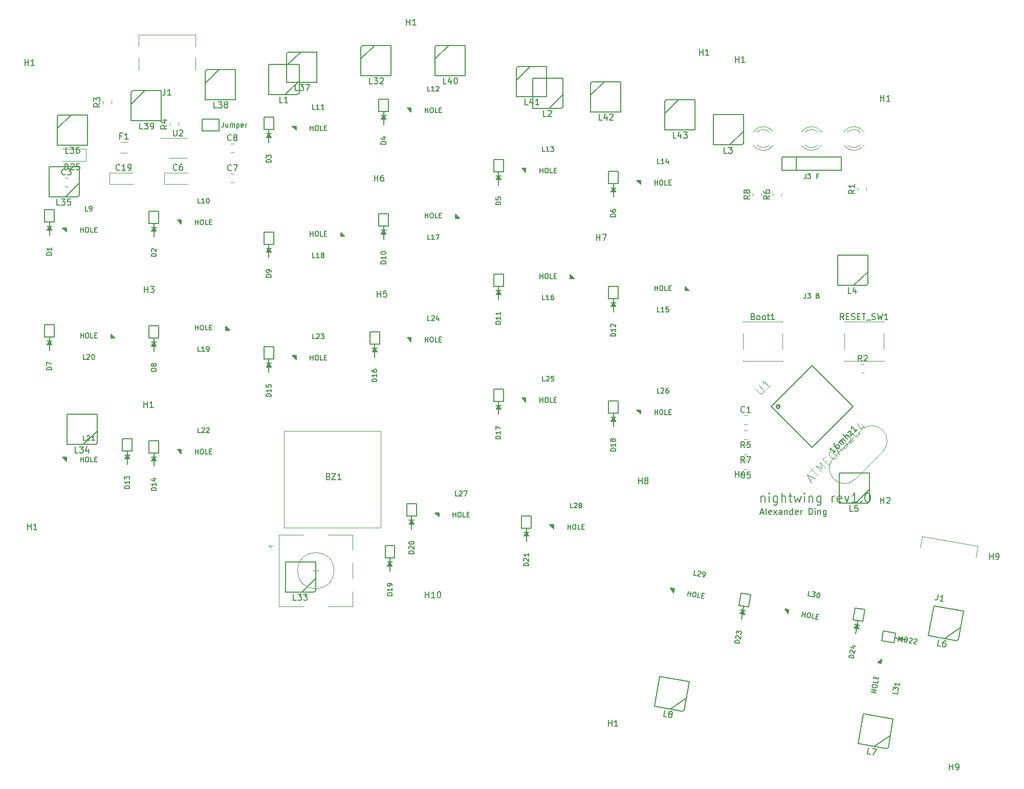
<source format=gbr>
%TF.GenerationSoftware,KiCad,Pcbnew,5.1.9*%
%TF.CreationDate,2021-05-13T19:18:31-05:00*%
%TF.ProjectId,nightwing,6e696768-7477-4696-9e67-2e6b69636164,rev?*%
%TF.SameCoordinates,Original*%
%TF.FileFunction,Legend,Top*%
%TF.FilePolarity,Positive*%
%FSLAX46Y46*%
G04 Gerber Fmt 4.6, Leading zero omitted, Abs format (unit mm)*
G04 Created by KiCad (PCBNEW 5.1.9) date 2021-05-13 19:18:31*
%MOMM*%
%LPD*%
G01*
G04 APERTURE LIST*
%ADD10C,0.150000*%
%ADD11C,0.120000*%
%ADD12C,0.200000*%
%ADD13C,0.160000*%
%ADD14C,0.254000*%
%ADD15C,0.203200*%
%ADD16C,0.152400*%
%ADD17C,0.050000*%
G04 APERTURE END LIST*
D10*
X135453202Y-82646436D02*
X135453202Y-83646436D01*
X135453202Y-82789293D02*
X135524631Y-82717865D01*
X135667488Y-82646436D01*
X135881774Y-82646436D01*
X136024631Y-82717865D01*
X136096060Y-82860722D01*
X136096060Y-83646436D01*
X136810345Y-83646436D02*
X136810345Y-82646436D01*
X136810345Y-82146436D02*
X136738917Y-82217865D01*
X136810345Y-82289293D01*
X136881774Y-82217865D01*
X136810345Y-82146436D01*
X136810345Y-82289293D01*
X138167488Y-82646436D02*
X138167488Y-83860722D01*
X138096060Y-84003579D01*
X138024631Y-84075007D01*
X137881774Y-84146436D01*
X137667488Y-84146436D01*
X137524631Y-84075007D01*
X138167488Y-83575007D02*
X138024631Y-83646436D01*
X137738917Y-83646436D01*
X137596060Y-83575007D01*
X137524631Y-83503579D01*
X137453202Y-83360722D01*
X137453202Y-82932150D01*
X137524631Y-82789293D01*
X137596060Y-82717865D01*
X137738917Y-82646436D01*
X138024631Y-82646436D01*
X138167488Y-82717865D01*
X138881774Y-83646436D02*
X138881774Y-82146436D01*
X139524631Y-83646436D02*
X139524631Y-82860722D01*
X139453202Y-82717865D01*
X139310345Y-82646436D01*
X139096060Y-82646436D01*
X138953202Y-82717865D01*
X138881774Y-82789293D01*
X140024631Y-82646436D02*
X140596060Y-82646436D01*
X140238917Y-82146436D02*
X140238917Y-83432150D01*
X140310345Y-83575007D01*
X140453202Y-83646436D01*
X140596060Y-83646436D01*
X140953202Y-82646436D02*
X141238917Y-83646436D01*
X141524631Y-82932150D01*
X141810345Y-83646436D01*
X142096060Y-82646436D01*
X142667488Y-83646436D02*
X142667488Y-82646436D01*
X142667488Y-82146436D02*
X142596060Y-82217865D01*
X142667488Y-82289293D01*
X142738917Y-82217865D01*
X142667488Y-82146436D01*
X142667488Y-82289293D01*
X143381774Y-82646436D02*
X143381774Y-83646436D01*
X143381774Y-82789293D02*
X143453202Y-82717865D01*
X143596060Y-82646436D01*
X143810345Y-82646436D01*
X143953202Y-82717865D01*
X144024631Y-82860722D01*
X144024631Y-83646436D01*
X145381774Y-82646436D02*
X145381774Y-83860722D01*
X145310345Y-84003579D01*
X145238917Y-84075007D01*
X145096060Y-84146436D01*
X144881774Y-84146436D01*
X144738917Y-84075007D01*
X145381774Y-83575007D02*
X145238917Y-83646436D01*
X144953202Y-83646436D01*
X144810345Y-83575007D01*
X144738917Y-83503579D01*
X144667488Y-83360722D01*
X144667488Y-82932150D01*
X144738917Y-82789293D01*
X144810345Y-82717865D01*
X144953202Y-82646436D01*
X145238917Y-82646436D01*
X145381774Y-82717865D01*
X147238917Y-83646436D02*
X147238917Y-82646436D01*
X147238917Y-82932150D02*
X147310345Y-82789293D01*
X147381774Y-82717865D01*
X147524631Y-82646436D01*
X147667488Y-82646436D01*
X148738917Y-83575007D02*
X148596060Y-83646436D01*
X148310345Y-83646436D01*
X148167488Y-83575007D01*
X148096060Y-83432150D01*
X148096060Y-82860722D01*
X148167488Y-82717865D01*
X148310345Y-82646436D01*
X148596060Y-82646436D01*
X148738917Y-82717865D01*
X148810345Y-82860722D01*
X148810345Y-83003579D01*
X148096060Y-83146436D01*
X149310345Y-82646436D02*
X149667488Y-83646436D01*
X150024631Y-82646436D01*
X151381774Y-83646436D02*
X150524631Y-83646436D01*
X150953202Y-83646436D02*
X150953202Y-82146436D01*
X150810345Y-82360722D01*
X150667488Y-82503579D01*
X150524631Y-82575007D01*
X152024631Y-83503579D02*
X152096060Y-83575007D01*
X152024631Y-83646436D01*
X151953202Y-83575007D01*
X152024631Y-83503579D01*
X152024631Y-83646436D01*
X153024631Y-82146436D02*
X153167488Y-82146436D01*
X153310345Y-82217865D01*
X153381774Y-82289293D01*
X153453202Y-82432150D01*
X153524631Y-82717865D01*
X153524631Y-83075007D01*
X153453202Y-83360722D01*
X153381774Y-83503579D01*
X153310345Y-83575007D01*
X153167488Y-83646436D01*
X153024631Y-83646436D01*
X152881774Y-83575007D01*
X152810345Y-83503579D01*
X152738917Y-83360722D01*
X152667488Y-83075007D01*
X152667488Y-82717865D01*
X152738917Y-82432150D01*
X152810345Y-82289293D01*
X152881774Y-82217865D01*
X153024631Y-82146436D01*
X135358617Y-85384507D02*
X135834807Y-85384507D01*
X135263378Y-85670221D02*
X135596712Y-84670221D01*
X135930045Y-85670221D01*
X136406236Y-85670221D02*
X136310998Y-85622602D01*
X136263378Y-85527364D01*
X136263378Y-84670221D01*
X137168140Y-85622602D02*
X137072902Y-85670221D01*
X136882426Y-85670221D01*
X136787188Y-85622602D01*
X136739569Y-85527364D01*
X136739569Y-85146412D01*
X136787188Y-85051174D01*
X136882426Y-85003555D01*
X137072902Y-85003555D01*
X137168140Y-85051174D01*
X137215759Y-85146412D01*
X137215759Y-85241650D01*
X136739569Y-85336888D01*
X137549093Y-85670221D02*
X138072902Y-85003555D01*
X137549093Y-85003555D02*
X138072902Y-85670221D01*
X138882426Y-85670221D02*
X138882426Y-85146412D01*
X138834807Y-85051174D01*
X138739569Y-85003555D01*
X138549093Y-85003555D01*
X138453855Y-85051174D01*
X138882426Y-85622602D02*
X138787188Y-85670221D01*
X138549093Y-85670221D01*
X138453855Y-85622602D01*
X138406236Y-85527364D01*
X138406236Y-85432126D01*
X138453855Y-85336888D01*
X138549093Y-85289269D01*
X138787188Y-85289269D01*
X138882426Y-85241650D01*
X139358617Y-85003555D02*
X139358617Y-85670221D01*
X139358617Y-85098793D02*
X139406236Y-85051174D01*
X139501474Y-85003555D01*
X139644331Y-85003555D01*
X139739569Y-85051174D01*
X139787188Y-85146412D01*
X139787188Y-85670221D01*
X140691950Y-85670221D02*
X140691950Y-84670221D01*
X140691950Y-85622602D02*
X140596712Y-85670221D01*
X140406236Y-85670221D01*
X140310998Y-85622602D01*
X140263378Y-85574983D01*
X140215759Y-85479745D01*
X140215759Y-85194031D01*
X140263378Y-85098793D01*
X140310998Y-85051174D01*
X140406236Y-85003555D01*
X140596712Y-85003555D01*
X140691950Y-85051174D01*
X141549093Y-85622602D02*
X141453855Y-85670221D01*
X141263378Y-85670221D01*
X141168140Y-85622602D01*
X141120521Y-85527364D01*
X141120521Y-85146412D01*
X141168140Y-85051174D01*
X141263378Y-85003555D01*
X141453855Y-85003555D01*
X141549093Y-85051174D01*
X141596712Y-85146412D01*
X141596712Y-85241650D01*
X141120521Y-85336888D01*
X142025283Y-85670221D02*
X142025283Y-85003555D01*
X142025283Y-85194031D02*
X142072902Y-85098793D01*
X142120521Y-85051174D01*
X142215759Y-85003555D01*
X142310998Y-85003555D01*
X143406236Y-85670221D02*
X143406236Y-84670221D01*
X143644331Y-84670221D01*
X143787188Y-84717841D01*
X143882426Y-84813079D01*
X143930045Y-84908317D01*
X143977664Y-85098793D01*
X143977664Y-85241650D01*
X143930045Y-85432126D01*
X143882426Y-85527364D01*
X143787188Y-85622602D01*
X143644331Y-85670221D01*
X143406236Y-85670221D01*
X144406236Y-85670221D02*
X144406236Y-85003555D01*
X144406236Y-84670221D02*
X144358617Y-84717841D01*
X144406236Y-84765460D01*
X144453855Y-84717841D01*
X144406236Y-84670221D01*
X144406236Y-84765460D01*
X144882426Y-85003555D02*
X144882426Y-85670221D01*
X144882426Y-85098793D02*
X144930045Y-85051174D01*
X145025283Y-85003555D01*
X145168140Y-85003555D01*
X145263378Y-85051174D01*
X145310998Y-85146412D01*
X145310998Y-85670221D01*
X146215759Y-85003555D02*
X146215759Y-85813079D01*
X146168140Y-85908317D01*
X146120521Y-85955936D01*
X146025283Y-86003555D01*
X145882426Y-86003555D01*
X145787188Y-85955936D01*
X146215759Y-85622602D02*
X146120521Y-85670221D01*
X145930045Y-85670221D01*
X145834807Y-85622602D01*
X145787188Y-85574983D01*
X145739569Y-85479745D01*
X145739569Y-85194031D01*
X145787188Y-85098793D01*
X145834807Y-85051174D01*
X145930045Y-85003555D01*
X146120521Y-85003555D01*
X146215759Y-85051174D01*
D11*
%TO.C,J1*%
X41870000Y-6260000D02*
X32470000Y-6260000D01*
X32470000Y-12060000D02*
X32470000Y-10060000D01*
X32470000Y-8160000D02*
X32470000Y-6260000D01*
X41870000Y-12060000D02*
X41870000Y-10060000D01*
X41870000Y-8160000D02*
X41870000Y-6260000D01*
%TO.C,J2*%
X161748179Y-91150736D02*
X162078110Y-89279601D01*
X171335303Y-90911894D02*
X162078110Y-89279601D01*
X171005372Y-92783029D02*
X171335303Y-90911894D01*
D10*
%TO.C,L39*%
X33550000Y-15500000D02*
X31250000Y-17750000D01*
D12*
X31550000Y-15500000D02*
X36250000Y-15500000D01*
X31250000Y-15750000D02*
X31250000Y-20500000D01*
X31550000Y-15500000D02*
X31250000Y-15750000D01*
X36250000Y-20500000D02*
X31250000Y-20500000D01*
X36249360Y-15500640D02*
X36249360Y-20499360D01*
D13*
%TO.C,J3*%
X138900000Y-26500000D02*
X148720000Y-26500000D01*
X148720000Y-26500000D02*
X148720000Y-28700000D01*
X148720000Y-28700000D02*
X138900000Y-28700000D01*
X138900000Y-28700000D02*
X138900000Y-26500000D01*
X141270000Y-26500000D02*
X141270000Y-28700000D01*
D14*
%TO.C,U1*%
X138555846Y-67810000D02*
G75*
G03*
X138555846Y-67810000I-282700J0D01*
G01*
D15*
X143930000Y-74598225D02*
X137141775Y-67810000D01*
X150718225Y-67810000D02*
X143930000Y-74598225D01*
X143930000Y-61021775D02*
X150718225Y-67810000D01*
X137141775Y-67810000D02*
X143930000Y-61021775D01*
D11*
%TO.C,BZ1*%
X56499312Y-87874148D02*
X56499312Y-71874148D01*
X56499312Y-71874148D02*
X72499312Y-71874148D01*
X72499312Y-71874148D02*
X72499312Y-87874148D01*
X72499312Y-87874148D02*
X56499312Y-87874148D01*
%TO.C,RESET_SW1*%
X155730000Y-53770000D02*
X155730000Y-53800000D01*
X155730000Y-60230000D02*
X155730000Y-60200000D01*
X149270000Y-60230000D02*
X149270000Y-60200000D01*
X149270000Y-53800000D02*
X149270000Y-53770000D01*
X155730000Y-55700000D02*
X155730000Y-58300000D01*
X149270000Y-53770000D02*
X155730000Y-53770000D01*
X149270000Y-55700000D02*
X149270000Y-58300000D01*
X149270000Y-60230000D02*
X155730000Y-60230000D01*
%TO.C,Boot1*%
X138970000Y-53780000D02*
X138970000Y-53810000D01*
X138970000Y-60240000D02*
X138970000Y-60210000D01*
X132510000Y-60240000D02*
X132510000Y-60210000D01*
X132510000Y-53810000D02*
X132510000Y-53780000D01*
X138970000Y-55710000D02*
X138970000Y-58310000D01*
X132510000Y-53780000D02*
X138970000Y-53780000D01*
X132510000Y-55710000D02*
X132510000Y-58310000D01*
X132510000Y-60240000D02*
X138970000Y-60240000D01*
D10*
%TO.C,L43*%
X121800000Y-17000000D02*
X119500000Y-19250000D01*
D12*
X119800000Y-17000000D02*
X124500000Y-17000000D01*
X119500000Y-17250000D02*
X119500000Y-22000000D01*
X119800000Y-17000000D02*
X119500000Y-17250000D01*
X124500000Y-22000000D02*
X119500000Y-22000000D01*
X124499360Y-17000640D02*
X124499360Y-21999360D01*
D10*
%TO.C,L42*%
X109550000Y-14000000D02*
X107250000Y-16250000D01*
D12*
X107550000Y-14000000D02*
X112250000Y-14000000D01*
X107250000Y-14250000D02*
X107250000Y-19000000D01*
X107550000Y-14000000D02*
X107250000Y-14250000D01*
X112250000Y-19000000D02*
X107250000Y-19000000D01*
X112249360Y-14000640D02*
X112249360Y-18999360D01*
D10*
%TO.C,L41*%
X97300000Y-11500000D02*
X95000000Y-13750000D01*
D12*
X95300000Y-11500000D02*
X100000000Y-11500000D01*
X95000000Y-11750000D02*
X95000000Y-16500000D01*
X95300000Y-11500000D02*
X95000000Y-11750000D01*
X100000000Y-16500000D02*
X95000000Y-16500000D01*
X99999360Y-11500640D02*
X99999360Y-16499360D01*
D10*
%TO.C,L40*%
X83800000Y-8000000D02*
X81500000Y-10250000D01*
D12*
X81800000Y-8000000D02*
X86500000Y-8000000D01*
X81500000Y-8250000D02*
X81500000Y-13000000D01*
X81800000Y-8000000D02*
X81500000Y-8250000D01*
X86500000Y-13000000D02*
X81500000Y-13000000D01*
X86499360Y-8000640D02*
X86499360Y-12999360D01*
D10*
%TO.C,L38*%
X45800000Y-12000000D02*
X43500000Y-14250000D01*
D12*
X43800000Y-12000000D02*
X48500000Y-12000000D01*
X43500000Y-12250000D02*
X43500000Y-17000000D01*
X43800000Y-12000000D02*
X43500000Y-12250000D01*
X48500000Y-17000000D02*
X43500000Y-17000000D01*
X48499360Y-12000640D02*
X48499360Y-16999360D01*
D10*
%TO.C,L37*%
X59300000Y-9090000D02*
X57000000Y-11340000D01*
D12*
X57300000Y-9090000D02*
X62000000Y-9090000D01*
X57000000Y-9340000D02*
X57000000Y-14090000D01*
X57300000Y-9090000D02*
X57000000Y-9340000D01*
X62000000Y-14090000D02*
X57000000Y-14090000D01*
X61999360Y-9090640D02*
X61999360Y-14089360D01*
D10*
%TO.C,L36*%
X21300000Y-19500000D02*
X19000000Y-21750000D01*
D12*
X19300000Y-19500000D02*
X24000000Y-19500000D01*
X19000000Y-19750000D02*
X19000000Y-24500000D01*
X19300000Y-19500000D02*
X19000000Y-19750000D01*
X24000000Y-24500000D02*
X19000000Y-24500000D01*
X23999360Y-19500640D02*
X23999360Y-24499360D01*
%TO.C,L35*%
X22360000Y-33090000D02*
X17660000Y-33090000D01*
X17660000Y-28090000D02*
X22660000Y-28090000D01*
D10*
X20360000Y-33090000D02*
X22660000Y-30840000D01*
D12*
X22360000Y-33090000D02*
X22660000Y-32840000D01*
X17660640Y-33089360D02*
X17660640Y-28090640D01*
X22660000Y-32840000D02*
X22660000Y-28090000D01*
%TO.C,L34*%
X25370000Y-74100000D02*
X20670000Y-74100000D01*
X20670000Y-69100000D02*
X25670000Y-69100000D01*
D10*
X23370000Y-74100000D02*
X25670000Y-71850000D01*
D12*
X25370000Y-74100000D02*
X25670000Y-73850000D01*
X20670640Y-74099360D02*
X20670640Y-69100640D01*
X25670000Y-73850000D02*
X25670000Y-69100000D01*
%TO.C,L33*%
X61470000Y-98510000D02*
X56770000Y-98510000D01*
X56770000Y-93510000D02*
X61770000Y-93510000D01*
D10*
X59470000Y-98510000D02*
X61770000Y-96260000D01*
D12*
X61470000Y-98510000D02*
X61770000Y-98260000D01*
X56770640Y-98509360D02*
X56770640Y-93510640D01*
X61770000Y-98260000D02*
X61770000Y-93510000D01*
D10*
%TO.C,L32*%
X71550000Y-8000000D02*
X69250000Y-10250000D01*
D12*
X69550000Y-8000000D02*
X74250000Y-8000000D01*
X69250000Y-8250000D02*
X69250000Y-13000000D01*
X69550000Y-8000000D02*
X69250000Y-8250000D01*
X74250000Y-13000000D02*
X69250000Y-13000000D01*
X74249360Y-8000640D02*
X74249360Y-12999360D01*
%TO.C,L8*%
X122442457Y-118244045D02*
X117813860Y-117427899D01*
X118682101Y-112503860D02*
X123606140Y-113372101D01*
D10*
X120472841Y-117896749D02*
X123128607Y-116080322D01*
D12*
X122442457Y-118244045D02*
X122781311Y-118049938D01*
X117814602Y-117427380D02*
X118682620Y-112504602D01*
X122781311Y-118049938D02*
X123606140Y-113372101D01*
%TO.C,L7*%
X156162457Y-124444045D02*
X151533860Y-123627899D01*
X152402101Y-118703860D02*
X157326140Y-119572101D01*
D10*
X154192841Y-124096749D02*
X156848607Y-122280322D01*
D12*
X156162457Y-124444045D02*
X156501311Y-124249938D01*
X151534602Y-123627380D02*
X152402620Y-118704602D01*
X156501311Y-124249938D02*
X157326140Y-119572101D01*
%TO.C,L6*%
X167792457Y-106554045D02*
X163163860Y-105737899D01*
X164032101Y-100813860D02*
X168956140Y-101682101D01*
D10*
X165822841Y-106206749D02*
X168478607Y-104390322D01*
D12*
X167792457Y-106554045D02*
X168131311Y-106359938D01*
X163164602Y-105737380D02*
X164032620Y-100814602D01*
X168131311Y-106359938D02*
X168956140Y-101682101D01*
%TO.C,L5*%
X153120000Y-83790000D02*
X148420000Y-83790000D01*
X148420000Y-78790000D02*
X153420000Y-78790000D01*
D10*
X151120000Y-83790000D02*
X153420000Y-81540000D01*
D12*
X153120000Y-83790000D02*
X153420000Y-83540000D01*
X148420640Y-83789360D02*
X148420640Y-78790640D01*
X153420000Y-83540000D02*
X153420000Y-78790000D01*
%TO.C,L4*%
X152810000Y-47750000D02*
X148110000Y-47750000D01*
X148110000Y-42750000D02*
X153110000Y-42750000D01*
D10*
X150810000Y-47750000D02*
X153110000Y-45500000D01*
D12*
X152810000Y-47750000D02*
X153110000Y-47500000D01*
X148110640Y-47749360D02*
X148110640Y-42750640D01*
X153110000Y-47500000D02*
X153110000Y-42750000D01*
%TO.C,L3*%
X132270000Y-24490000D02*
X127570000Y-24490000D01*
X127570000Y-19490000D02*
X132570000Y-19490000D01*
D10*
X130270000Y-24490000D02*
X132570000Y-22240000D01*
D12*
X132270000Y-24490000D02*
X132570000Y-24240000D01*
X127570640Y-24489360D02*
X127570640Y-19490640D01*
X132570000Y-24240000D02*
X132570000Y-19490000D01*
%TO.C,L2*%
X102360000Y-18430000D02*
X97660000Y-18430000D01*
X97660000Y-13430000D02*
X102660000Y-13430000D01*
D10*
X100360000Y-18430000D02*
X102660000Y-16180000D01*
D12*
X102360000Y-18430000D02*
X102660000Y-18180000D01*
X97660640Y-18429360D02*
X97660640Y-13430640D01*
X102660000Y-18180000D02*
X102660000Y-13430000D01*
%TO.C,L1*%
X58740000Y-16140000D02*
X54040000Y-16140000D01*
X54040000Y-11140000D02*
X59040000Y-11140000D01*
D10*
X56740000Y-16140000D02*
X59040000Y-13890000D01*
D12*
X58740000Y-16140000D02*
X59040000Y-15890000D01*
X54040640Y-16139360D02*
X54040640Y-11140640D01*
X59040000Y-15890000D02*
X59040000Y-11140000D01*
D13*
%TO.C,L31*%
G36*
X154728982Y-110176526D02*
G01*
X155354334Y-110286793D01*
X155464601Y-109661440D01*
X154728982Y-110176526D01*
G37*
X154728982Y-110176526D02*
X155354334Y-110286793D01*
X155464601Y-109661440D01*
X154728982Y-110176526D01*
%TO.C,L30*%
G36*
X139946526Y-102061018D02*
G01*
X140056793Y-101435666D01*
X139431440Y-101325399D01*
X139946526Y-102061018D01*
G37*
X139946526Y-102061018D02*
X140056793Y-101435666D01*
X139431440Y-101325399D01*
X139946526Y-102061018D01*
%TO.C,L29*%
G36*
X121005030Y-98606821D02*
G01*
X121115297Y-97981469D01*
X120489944Y-97871202D01*
X121005030Y-98606821D01*
G37*
X121005030Y-98606821D02*
X121115297Y-97981469D01*
X120489944Y-97871202D01*
X121005030Y-98606821D01*
%TO.C,L28*%
G36*
X101154500Y-88016000D02*
G01*
X101154500Y-87381000D01*
X100519500Y-87381000D01*
X101154500Y-88016000D01*
G37*
X101154500Y-88016000D02*
X101154500Y-87381000D01*
X100519500Y-87381000D01*
X101154500Y-88016000D01*
%TO.C,L27*%
G36*
X82154500Y-86016000D02*
G01*
X82154500Y-85381000D01*
X81519500Y-85381000D01*
X82154500Y-86016000D01*
G37*
X82154500Y-86016000D02*
X82154500Y-85381000D01*
X81519500Y-85381000D01*
X82154500Y-86016000D01*
%TO.C,L26*%
G36*
X115542000Y-69007000D02*
G01*
X115542000Y-68372000D01*
X114907000Y-68372000D01*
X115542000Y-69007000D01*
G37*
X115542000Y-69007000D02*
X115542000Y-68372000D01*
X114907000Y-68372000D01*
X115542000Y-69007000D01*
%TO.C,L25*%
G36*
X96542000Y-67007000D02*
G01*
X96542000Y-66372000D01*
X95907000Y-66372000D01*
X96542000Y-67007000D01*
G37*
X96542000Y-67007000D02*
X96542000Y-66372000D01*
X95907000Y-66372000D01*
X96542000Y-67007000D01*
%TO.C,L24*%
G36*
X77542000Y-57007000D02*
G01*
X77542000Y-56372000D01*
X76907000Y-56372000D01*
X77542000Y-57007000D01*
G37*
X77542000Y-57007000D02*
X77542000Y-56372000D01*
X76907000Y-56372000D01*
X77542000Y-57007000D01*
%TO.C,L23*%
G36*
X58542000Y-60007000D02*
G01*
X58542000Y-59372000D01*
X57907000Y-59372000D01*
X58542000Y-60007000D01*
G37*
X58542000Y-60007000D02*
X58542000Y-59372000D01*
X57907000Y-59372000D01*
X58542000Y-60007000D01*
%TO.C,L22*%
G36*
X39542000Y-75557000D02*
G01*
X39542000Y-74922000D01*
X38907000Y-74922000D01*
X39542000Y-75557000D01*
G37*
X39542000Y-75557000D02*
X39542000Y-74922000D01*
X38907000Y-74922000D01*
X39542000Y-75557000D01*
%TO.C,L21*%
G36*
X20542000Y-76857000D02*
G01*
X20542000Y-76222000D01*
X19907000Y-76222000D01*
X20542000Y-76857000D01*
G37*
X20542000Y-76857000D02*
X20542000Y-76222000D01*
X19907000Y-76222000D01*
X20542000Y-76857000D01*
%TO.C,L20*%
G36*
X27908000Y-55825000D02*
G01*
X27908000Y-56460000D01*
X28543000Y-56460000D01*
X27908000Y-55825000D01*
G37*
X27908000Y-55825000D02*
X27908000Y-56460000D01*
X28543000Y-56460000D01*
X27908000Y-55825000D01*
%TO.C,L19*%
G36*
X46908000Y-54525000D02*
G01*
X46908000Y-55160000D01*
X47543000Y-55160000D01*
X46908000Y-54525000D01*
G37*
X46908000Y-54525000D02*
X46908000Y-55160000D01*
X47543000Y-55160000D01*
X46908000Y-54525000D01*
%TO.C,L18*%
G36*
X65908000Y-38975000D02*
G01*
X65908000Y-39610000D01*
X66543000Y-39610000D01*
X65908000Y-38975000D01*
G37*
X65908000Y-38975000D02*
X65908000Y-39610000D01*
X66543000Y-39610000D01*
X65908000Y-38975000D01*
%TO.C,L17*%
G36*
X84908000Y-35975000D02*
G01*
X84908000Y-36610000D01*
X85543000Y-36610000D01*
X84908000Y-35975000D01*
G37*
X84908000Y-35975000D02*
X84908000Y-36610000D01*
X85543000Y-36610000D01*
X84908000Y-35975000D01*
%TO.C,L16*%
G36*
X103908000Y-45975000D02*
G01*
X103908000Y-46610000D01*
X104543000Y-46610000D01*
X103908000Y-45975000D01*
G37*
X103908000Y-45975000D02*
X103908000Y-46610000D01*
X104543000Y-46610000D01*
X103908000Y-45975000D01*
%TO.C,L15*%
G36*
X122908000Y-47975000D02*
G01*
X122908000Y-48610000D01*
X123543000Y-48610000D01*
X122908000Y-47975000D01*
G37*
X122908000Y-47975000D02*
X122908000Y-48610000D01*
X123543000Y-48610000D01*
X122908000Y-47975000D01*
%TO.C,L14*%
G36*
X115542000Y-31007000D02*
G01*
X115542000Y-30372000D01*
X114907000Y-30372000D01*
X115542000Y-31007000D01*
G37*
X115542000Y-31007000D02*
X115542000Y-30372000D01*
X114907000Y-30372000D01*
X115542000Y-31007000D01*
%TO.C,L13*%
G36*
X96542000Y-29007000D02*
G01*
X96542000Y-28372000D01*
X95907000Y-28372000D01*
X96542000Y-29007000D01*
G37*
X96542000Y-29007000D02*
X96542000Y-28372000D01*
X95907000Y-28372000D01*
X96542000Y-29007000D01*
%TO.C,L12*%
G36*
X77542000Y-19007000D02*
G01*
X77542000Y-18372000D01*
X76907000Y-18372000D01*
X77542000Y-19007000D01*
G37*
X77542000Y-19007000D02*
X77542000Y-18372000D01*
X76907000Y-18372000D01*
X77542000Y-19007000D01*
%TO.C,L11*%
G36*
X58542000Y-22007000D02*
G01*
X58542000Y-21372000D01*
X57907000Y-21372000D01*
X58542000Y-22007000D01*
G37*
X58542000Y-22007000D02*
X58542000Y-21372000D01*
X57907000Y-21372000D01*
X58542000Y-22007000D01*
%TO.C,L10*%
G36*
X39542000Y-37557000D02*
G01*
X39542000Y-36922000D01*
X38907000Y-36922000D01*
X39542000Y-37557000D01*
G37*
X39542000Y-37557000D02*
X39542000Y-36922000D01*
X38907000Y-36922000D01*
X39542000Y-37557000D01*
%TO.C,L9*%
G36*
X20542000Y-38857000D02*
G01*
X20542000Y-38222000D01*
X19907000Y-38222000D01*
X20542000Y-38857000D01*
G37*
X20542000Y-38857000D02*
X20542000Y-38222000D01*
X19907000Y-38222000D01*
X20542000Y-38857000D01*
%TO.C,JP1*%
X43020000Y-22190000D02*
X43020000Y-20190000D01*
X45820000Y-22190000D02*
X43020000Y-22190000D01*
X45820000Y-20190000D02*
X45820000Y-22190000D01*
X43020000Y-20190000D02*
X45820000Y-20190000D01*
%TO.C,D24*%
X151054311Y-101118018D02*
X152630004Y-101395856D01*
X150701250Y-103120330D02*
X151054311Y-101118018D01*
X152276942Y-103398167D02*
X150701250Y-103120330D01*
X152630004Y-101395856D02*
X152276942Y-103398167D01*
G36*
X150884530Y-104493822D02*
G01*
X151370008Y-103934629D01*
X151634953Y-104626142D01*
X150884530Y-104493822D01*
G37*
X150884530Y-104493822D02*
X151370008Y-103934629D01*
X151634953Y-104626142D01*
X150884530Y-104493822D01*
X151484685Y-103284262D02*
X151370008Y-103934629D01*
X151370008Y-103934629D02*
X151634953Y-104626142D01*
X151634953Y-104626142D02*
X150884530Y-104493822D01*
X150884530Y-104493822D02*
X151370008Y-103934629D01*
X151770234Y-104005200D02*
X150969782Y-103864059D01*
X151259741Y-104559982D02*
X151109779Y-105410462D01*
%TO.C,D23*%
X132174311Y-98708018D02*
X133750004Y-98985856D01*
X131821250Y-100710330D02*
X132174311Y-98708018D01*
X133396942Y-100988167D02*
X131821250Y-100710330D01*
X133750004Y-98985856D02*
X133396942Y-100988167D01*
G36*
X132004530Y-102083822D02*
G01*
X132490008Y-101524629D01*
X132754953Y-102216142D01*
X132004530Y-102083822D01*
G37*
X132004530Y-102083822D02*
X132490008Y-101524629D01*
X132754953Y-102216142D01*
X132004530Y-102083822D01*
X132604685Y-100874262D02*
X132490008Y-101524629D01*
X132490008Y-101524629D02*
X132754953Y-102216142D01*
X132754953Y-102216142D02*
X132004530Y-102083822D01*
X132004530Y-102083822D02*
X132490008Y-101524629D01*
X132890234Y-101595200D02*
X132089782Y-101454059D01*
X132379741Y-102149982D02*
X132229779Y-103000462D01*
%TO.C,D22*%
X155428018Y-106555689D02*
X155705856Y-104979996D01*
X157430330Y-106908750D02*
X155428018Y-106555689D01*
X157708167Y-105333058D02*
X157430330Y-106908750D01*
X155705856Y-104979996D02*
X157708167Y-105333058D01*
G36*
X158803822Y-106725470D02*
G01*
X158244629Y-106239992D01*
X158936142Y-105975047D01*
X158803822Y-106725470D01*
G37*
X158803822Y-106725470D02*
X158244629Y-106239992D01*
X158936142Y-105975047D01*
X158803822Y-106725470D01*
X157594262Y-106125315D02*
X158244629Y-106239992D01*
X158244629Y-106239992D02*
X158936142Y-105975047D01*
X158936142Y-105975047D02*
X158803822Y-106725470D01*
X158803822Y-106725470D02*
X158244629Y-106239992D01*
X158315200Y-105839766D02*
X158174059Y-106640218D01*
X158869982Y-106350259D02*
X159720462Y-106500221D01*
%TO.C,D21*%
X95837500Y-85900000D02*
X97437500Y-85900000D01*
X95837500Y-87933200D02*
X95837500Y-85900000D01*
X97437500Y-87933200D02*
X95837500Y-87933200D01*
X97437500Y-85900000D02*
X97437500Y-87933200D01*
G36*
X96256500Y-89254000D02*
G01*
X96637500Y-88619000D01*
X97018500Y-89254000D01*
X96256500Y-89254000D01*
G37*
X96256500Y-89254000D02*
X96637500Y-88619000D01*
X97018500Y-89254000D01*
X96256500Y-89254000D01*
X96637500Y-87958600D02*
X96637500Y-88619000D01*
X96637500Y-88619000D02*
X97018500Y-89254000D01*
X97018500Y-89254000D02*
X96256500Y-89254000D01*
X96256500Y-89254000D02*
X96637500Y-88619000D01*
X97043900Y-88619000D02*
X96231100Y-88619000D01*
X96637500Y-89254000D02*
X96637500Y-90117600D01*
%TO.C,D20*%
X76837500Y-83900000D02*
X78437500Y-83900000D01*
X76837500Y-85933200D02*
X76837500Y-83900000D01*
X78437500Y-85933200D02*
X76837500Y-85933200D01*
X78437500Y-83900000D02*
X78437500Y-85933200D01*
G36*
X77256500Y-87254000D02*
G01*
X77637500Y-86619000D01*
X78018500Y-87254000D01*
X77256500Y-87254000D01*
G37*
X77256500Y-87254000D02*
X77637500Y-86619000D01*
X78018500Y-87254000D01*
X77256500Y-87254000D01*
X77637500Y-85958600D02*
X77637500Y-86619000D01*
X77637500Y-86619000D02*
X78018500Y-87254000D01*
X78018500Y-87254000D02*
X77256500Y-87254000D01*
X77256500Y-87254000D02*
X77637500Y-86619000D01*
X78043900Y-86619000D02*
X77231100Y-86619000D01*
X77637500Y-87254000D02*
X77637500Y-88117600D01*
%TO.C,D19*%
X73261710Y-90836498D02*
X74861710Y-90836498D01*
X73261710Y-92869698D02*
X73261710Y-90836498D01*
X74861710Y-92869698D02*
X73261710Y-92869698D01*
X74861710Y-90836498D02*
X74861710Y-92869698D01*
G36*
X73680710Y-94190498D02*
G01*
X74061710Y-93555498D01*
X74442710Y-94190498D01*
X73680710Y-94190498D01*
G37*
X73680710Y-94190498D02*
X74061710Y-93555498D01*
X74442710Y-94190498D01*
X73680710Y-94190498D01*
X74061710Y-92895098D02*
X74061710Y-93555498D01*
X74061710Y-93555498D02*
X74442710Y-94190498D01*
X74442710Y-94190498D02*
X73680710Y-94190498D01*
X73680710Y-94190498D02*
X74061710Y-93555498D01*
X74468110Y-93555498D02*
X73655310Y-93555498D01*
X74061710Y-94190498D02*
X74061710Y-95054098D01*
%TO.C,D18*%
X110225000Y-66891000D02*
X111825000Y-66891000D01*
X110225000Y-68924200D02*
X110225000Y-66891000D01*
X111825000Y-68924200D02*
X110225000Y-68924200D01*
X111825000Y-66891000D02*
X111825000Y-68924200D01*
G36*
X110644000Y-70245000D02*
G01*
X111025000Y-69610000D01*
X111406000Y-70245000D01*
X110644000Y-70245000D01*
G37*
X110644000Y-70245000D02*
X111025000Y-69610000D01*
X111406000Y-70245000D01*
X110644000Y-70245000D01*
X111025000Y-68949600D02*
X111025000Y-69610000D01*
X111025000Y-69610000D02*
X111406000Y-70245000D01*
X111406000Y-70245000D02*
X110644000Y-70245000D01*
X110644000Y-70245000D02*
X111025000Y-69610000D01*
X111431400Y-69610000D02*
X110618600Y-69610000D01*
X111025000Y-70245000D02*
X111025000Y-71108600D01*
%TO.C,D17*%
X91225000Y-64891000D02*
X92825000Y-64891000D01*
X91225000Y-66924200D02*
X91225000Y-64891000D01*
X92825000Y-66924200D02*
X91225000Y-66924200D01*
X92825000Y-64891000D02*
X92825000Y-66924200D01*
G36*
X91644000Y-68245000D02*
G01*
X92025000Y-67610000D01*
X92406000Y-68245000D01*
X91644000Y-68245000D01*
G37*
X91644000Y-68245000D02*
X92025000Y-67610000D01*
X92406000Y-68245000D01*
X91644000Y-68245000D01*
X92025000Y-66949600D02*
X92025000Y-67610000D01*
X92025000Y-67610000D02*
X92406000Y-68245000D01*
X92406000Y-68245000D02*
X91644000Y-68245000D01*
X91644000Y-68245000D02*
X92025000Y-67610000D01*
X92431400Y-67610000D02*
X91618600Y-67610000D01*
X92025000Y-68245000D02*
X92025000Y-69108600D01*
%TO.C,D16*%
X70730487Y-55410854D02*
X72330487Y-55410854D01*
X70730487Y-57444054D02*
X70730487Y-55410854D01*
X72330487Y-57444054D02*
X70730487Y-57444054D01*
X72330487Y-55410854D02*
X72330487Y-57444054D01*
G36*
X71149487Y-58764854D02*
G01*
X71530487Y-58129854D01*
X71911487Y-58764854D01*
X71149487Y-58764854D01*
G37*
X71149487Y-58764854D02*
X71530487Y-58129854D01*
X71911487Y-58764854D01*
X71149487Y-58764854D01*
X71530487Y-57469454D02*
X71530487Y-58129854D01*
X71530487Y-58129854D02*
X71911487Y-58764854D01*
X71911487Y-58764854D02*
X71149487Y-58764854D01*
X71149487Y-58764854D02*
X71530487Y-58129854D01*
X71936887Y-58129854D02*
X71124087Y-58129854D01*
X71530487Y-58764854D02*
X71530487Y-59628454D01*
%TO.C,D15*%
X53225000Y-57891000D02*
X54825000Y-57891000D01*
X53225000Y-59924200D02*
X53225000Y-57891000D01*
X54825000Y-59924200D02*
X53225000Y-59924200D01*
X54825000Y-57891000D02*
X54825000Y-59924200D01*
G36*
X53644000Y-61245000D02*
G01*
X54025000Y-60610000D01*
X54406000Y-61245000D01*
X53644000Y-61245000D01*
G37*
X53644000Y-61245000D02*
X54025000Y-60610000D01*
X54406000Y-61245000D01*
X53644000Y-61245000D01*
X54025000Y-59949600D02*
X54025000Y-60610000D01*
X54025000Y-60610000D02*
X54406000Y-61245000D01*
X54406000Y-61245000D02*
X53644000Y-61245000D01*
X53644000Y-61245000D02*
X54025000Y-60610000D01*
X54431400Y-60610000D02*
X53618600Y-60610000D01*
X54025000Y-61245000D02*
X54025000Y-62108600D01*
%TO.C,D14*%
X34225000Y-73441000D02*
X35825000Y-73441000D01*
X34225000Y-75474200D02*
X34225000Y-73441000D01*
X35825000Y-75474200D02*
X34225000Y-75474200D01*
X35825000Y-73441000D02*
X35825000Y-75474200D01*
G36*
X34644000Y-76795000D02*
G01*
X35025000Y-76160000D01*
X35406000Y-76795000D01*
X34644000Y-76795000D01*
G37*
X34644000Y-76795000D02*
X35025000Y-76160000D01*
X35406000Y-76795000D01*
X34644000Y-76795000D01*
X35025000Y-75499600D02*
X35025000Y-76160000D01*
X35025000Y-76160000D02*
X35406000Y-76795000D01*
X35406000Y-76795000D02*
X34644000Y-76795000D01*
X34644000Y-76795000D02*
X35025000Y-76160000D01*
X35431400Y-76160000D02*
X34618600Y-76160000D01*
X35025000Y-76795000D02*
X35025000Y-77658600D01*
%TO.C,D13*%
X29810000Y-73120000D02*
X31410000Y-73120000D01*
X29810000Y-75153200D02*
X29810000Y-73120000D01*
X31410000Y-75153200D02*
X29810000Y-75153200D01*
X31410000Y-73120000D02*
X31410000Y-75153200D01*
G36*
X30229000Y-76474000D02*
G01*
X30610000Y-75839000D01*
X30991000Y-76474000D01*
X30229000Y-76474000D01*
G37*
X30229000Y-76474000D02*
X30610000Y-75839000D01*
X30991000Y-76474000D01*
X30229000Y-76474000D01*
X30610000Y-75178600D02*
X30610000Y-75839000D01*
X30610000Y-75839000D02*
X30991000Y-76474000D01*
X30991000Y-76474000D02*
X30229000Y-76474000D01*
X30229000Y-76474000D02*
X30610000Y-75839000D01*
X31016400Y-75839000D02*
X30203600Y-75839000D01*
X30610000Y-76474000D02*
X30610000Y-77337600D01*
%TO.C,D12*%
X110225000Y-47891000D02*
X111825000Y-47891000D01*
X110225000Y-49924200D02*
X110225000Y-47891000D01*
X111825000Y-49924200D02*
X110225000Y-49924200D01*
X111825000Y-47891000D02*
X111825000Y-49924200D01*
G36*
X110644000Y-51245000D02*
G01*
X111025000Y-50610000D01*
X111406000Y-51245000D01*
X110644000Y-51245000D01*
G37*
X110644000Y-51245000D02*
X111025000Y-50610000D01*
X111406000Y-51245000D01*
X110644000Y-51245000D01*
X111025000Y-49949600D02*
X111025000Y-50610000D01*
X111025000Y-50610000D02*
X111406000Y-51245000D01*
X111406000Y-51245000D02*
X110644000Y-51245000D01*
X110644000Y-51245000D02*
X111025000Y-50610000D01*
X111431400Y-50610000D02*
X110618600Y-50610000D01*
X111025000Y-51245000D02*
X111025000Y-52108600D01*
%TO.C,D11*%
X91225000Y-45891000D02*
X92825000Y-45891000D01*
X91225000Y-47924200D02*
X91225000Y-45891000D01*
X92825000Y-47924200D02*
X91225000Y-47924200D01*
X92825000Y-45891000D02*
X92825000Y-47924200D01*
G36*
X91644000Y-49245000D02*
G01*
X92025000Y-48610000D01*
X92406000Y-49245000D01*
X91644000Y-49245000D01*
G37*
X91644000Y-49245000D02*
X92025000Y-48610000D01*
X92406000Y-49245000D01*
X91644000Y-49245000D01*
X92025000Y-47949600D02*
X92025000Y-48610000D01*
X92025000Y-48610000D02*
X92406000Y-49245000D01*
X92406000Y-49245000D02*
X91644000Y-49245000D01*
X91644000Y-49245000D02*
X92025000Y-48610000D01*
X92431400Y-48610000D02*
X91618600Y-48610000D01*
X92025000Y-49245000D02*
X92025000Y-50108600D01*
%TO.C,D10*%
X72225000Y-35891000D02*
X73825000Y-35891000D01*
X72225000Y-37924200D02*
X72225000Y-35891000D01*
X73825000Y-37924200D02*
X72225000Y-37924200D01*
X73825000Y-35891000D02*
X73825000Y-37924200D01*
G36*
X72644000Y-39245000D02*
G01*
X73025000Y-38610000D01*
X73406000Y-39245000D01*
X72644000Y-39245000D01*
G37*
X72644000Y-39245000D02*
X73025000Y-38610000D01*
X73406000Y-39245000D01*
X72644000Y-39245000D01*
X73025000Y-37949600D02*
X73025000Y-38610000D01*
X73025000Y-38610000D02*
X73406000Y-39245000D01*
X73406000Y-39245000D02*
X72644000Y-39245000D01*
X72644000Y-39245000D02*
X73025000Y-38610000D01*
X73431400Y-38610000D02*
X72618600Y-38610000D01*
X73025000Y-39245000D02*
X73025000Y-40108600D01*
%TO.C,D9*%
X53225000Y-38891000D02*
X54825000Y-38891000D01*
X53225000Y-40924200D02*
X53225000Y-38891000D01*
X54825000Y-40924200D02*
X53225000Y-40924200D01*
X54825000Y-38891000D02*
X54825000Y-40924200D01*
G36*
X53644000Y-42245000D02*
G01*
X54025000Y-41610000D01*
X54406000Y-42245000D01*
X53644000Y-42245000D01*
G37*
X53644000Y-42245000D02*
X54025000Y-41610000D01*
X54406000Y-42245000D01*
X53644000Y-42245000D01*
X54025000Y-40949600D02*
X54025000Y-41610000D01*
X54025000Y-41610000D02*
X54406000Y-42245000D01*
X54406000Y-42245000D02*
X53644000Y-42245000D01*
X53644000Y-42245000D02*
X54025000Y-41610000D01*
X54431400Y-41610000D02*
X53618600Y-41610000D01*
X54025000Y-42245000D02*
X54025000Y-43108600D01*
%TO.C,D8*%
X34225000Y-54441000D02*
X35825000Y-54441000D01*
X34225000Y-56474200D02*
X34225000Y-54441000D01*
X35825000Y-56474200D02*
X34225000Y-56474200D01*
X35825000Y-54441000D02*
X35825000Y-56474200D01*
G36*
X34644000Y-57795000D02*
G01*
X35025000Y-57160000D01*
X35406000Y-57795000D01*
X34644000Y-57795000D01*
G37*
X34644000Y-57795000D02*
X35025000Y-57160000D01*
X35406000Y-57795000D01*
X34644000Y-57795000D01*
X35025000Y-56499600D02*
X35025000Y-57160000D01*
X35025000Y-57160000D02*
X35406000Y-57795000D01*
X35406000Y-57795000D02*
X34644000Y-57795000D01*
X34644000Y-57795000D02*
X35025000Y-57160000D01*
X35431400Y-57160000D02*
X34618600Y-57160000D01*
X35025000Y-57795000D02*
X35025000Y-58658600D01*
%TO.C,D7*%
X16925000Y-54241000D02*
X18525000Y-54241000D01*
X16925000Y-56274200D02*
X16925000Y-54241000D01*
X18525000Y-56274200D02*
X16925000Y-56274200D01*
X18525000Y-54241000D02*
X18525000Y-56274200D01*
G36*
X17344000Y-57595000D02*
G01*
X17725000Y-56960000D01*
X18106000Y-57595000D01*
X17344000Y-57595000D01*
G37*
X17344000Y-57595000D02*
X17725000Y-56960000D01*
X18106000Y-57595000D01*
X17344000Y-57595000D01*
X17725000Y-56299600D02*
X17725000Y-56960000D01*
X17725000Y-56960000D02*
X18106000Y-57595000D01*
X18106000Y-57595000D02*
X17344000Y-57595000D01*
X17344000Y-57595000D02*
X17725000Y-56960000D01*
X18131400Y-56960000D02*
X17318600Y-56960000D01*
X17725000Y-57595000D02*
X17725000Y-58458600D01*
%TO.C,D6*%
X110225000Y-28891000D02*
X111825000Y-28891000D01*
X110225000Y-30924200D02*
X110225000Y-28891000D01*
X111825000Y-30924200D02*
X110225000Y-30924200D01*
X111825000Y-28891000D02*
X111825000Y-30924200D01*
G36*
X110644000Y-32245000D02*
G01*
X111025000Y-31610000D01*
X111406000Y-32245000D01*
X110644000Y-32245000D01*
G37*
X110644000Y-32245000D02*
X111025000Y-31610000D01*
X111406000Y-32245000D01*
X110644000Y-32245000D01*
X111025000Y-30949600D02*
X111025000Y-31610000D01*
X111025000Y-31610000D02*
X111406000Y-32245000D01*
X111406000Y-32245000D02*
X110644000Y-32245000D01*
X110644000Y-32245000D02*
X111025000Y-31610000D01*
X111431400Y-31610000D02*
X110618600Y-31610000D01*
X111025000Y-32245000D02*
X111025000Y-33108600D01*
%TO.C,D5*%
X91225000Y-26891000D02*
X92825000Y-26891000D01*
X91225000Y-28924200D02*
X91225000Y-26891000D01*
X92825000Y-28924200D02*
X91225000Y-28924200D01*
X92825000Y-26891000D02*
X92825000Y-28924200D01*
G36*
X91644000Y-30245000D02*
G01*
X92025000Y-29610000D01*
X92406000Y-30245000D01*
X91644000Y-30245000D01*
G37*
X91644000Y-30245000D02*
X92025000Y-29610000D01*
X92406000Y-30245000D01*
X91644000Y-30245000D01*
X92025000Y-28949600D02*
X92025000Y-29610000D01*
X92025000Y-29610000D02*
X92406000Y-30245000D01*
X92406000Y-30245000D02*
X91644000Y-30245000D01*
X91644000Y-30245000D02*
X92025000Y-29610000D01*
X92431400Y-29610000D02*
X91618600Y-29610000D01*
X92025000Y-30245000D02*
X92025000Y-31108600D01*
%TO.C,D4*%
X72225000Y-16891000D02*
X73825000Y-16891000D01*
X72225000Y-18924200D02*
X72225000Y-16891000D01*
X73825000Y-18924200D02*
X72225000Y-18924200D01*
X73825000Y-16891000D02*
X73825000Y-18924200D01*
G36*
X72644000Y-20245000D02*
G01*
X73025000Y-19610000D01*
X73406000Y-20245000D01*
X72644000Y-20245000D01*
G37*
X72644000Y-20245000D02*
X73025000Y-19610000D01*
X73406000Y-20245000D01*
X72644000Y-20245000D01*
X73025000Y-18949600D02*
X73025000Y-19610000D01*
X73025000Y-19610000D02*
X73406000Y-20245000D01*
X73406000Y-20245000D02*
X72644000Y-20245000D01*
X72644000Y-20245000D02*
X73025000Y-19610000D01*
X73431400Y-19610000D02*
X72618600Y-19610000D01*
X73025000Y-20245000D02*
X73025000Y-21108600D01*
%TO.C,D3*%
X53225000Y-19891000D02*
X54825000Y-19891000D01*
X53225000Y-21924200D02*
X53225000Y-19891000D01*
X54825000Y-21924200D02*
X53225000Y-21924200D01*
X54825000Y-19891000D02*
X54825000Y-21924200D01*
G36*
X53644000Y-23245000D02*
G01*
X54025000Y-22610000D01*
X54406000Y-23245000D01*
X53644000Y-23245000D01*
G37*
X53644000Y-23245000D02*
X54025000Y-22610000D01*
X54406000Y-23245000D01*
X53644000Y-23245000D01*
X54025000Y-21949600D02*
X54025000Y-22610000D01*
X54025000Y-22610000D02*
X54406000Y-23245000D01*
X54406000Y-23245000D02*
X53644000Y-23245000D01*
X53644000Y-23245000D02*
X54025000Y-22610000D01*
X54431400Y-22610000D02*
X53618600Y-22610000D01*
X54025000Y-23245000D02*
X54025000Y-24108600D01*
%TO.C,D2*%
X34225000Y-35441000D02*
X35825000Y-35441000D01*
X34225000Y-37474200D02*
X34225000Y-35441000D01*
X35825000Y-37474200D02*
X34225000Y-37474200D01*
X35825000Y-35441000D02*
X35825000Y-37474200D01*
G36*
X34644000Y-38795000D02*
G01*
X35025000Y-38160000D01*
X35406000Y-38795000D01*
X34644000Y-38795000D01*
G37*
X34644000Y-38795000D02*
X35025000Y-38160000D01*
X35406000Y-38795000D01*
X34644000Y-38795000D01*
X35025000Y-37499600D02*
X35025000Y-38160000D01*
X35025000Y-38160000D02*
X35406000Y-38795000D01*
X35406000Y-38795000D02*
X34644000Y-38795000D01*
X34644000Y-38795000D02*
X35025000Y-38160000D01*
X35431400Y-38160000D02*
X34618600Y-38160000D01*
X35025000Y-38795000D02*
X35025000Y-39658600D01*
%TO.C,D1*%
X16925000Y-35241000D02*
X18525000Y-35241000D01*
X16925000Y-37274200D02*
X16925000Y-35241000D01*
X18525000Y-37274200D02*
X16925000Y-37274200D01*
X18525000Y-35241000D02*
X18525000Y-37274200D01*
G36*
X17344000Y-38595000D02*
G01*
X17725000Y-37960000D01*
X18106000Y-38595000D01*
X17344000Y-38595000D01*
G37*
X17344000Y-38595000D02*
X17725000Y-37960000D01*
X18106000Y-38595000D01*
X17344000Y-38595000D01*
X17725000Y-37299600D02*
X17725000Y-37960000D01*
X17725000Y-37960000D02*
X18106000Y-38595000D01*
X18106000Y-38595000D02*
X17344000Y-38595000D01*
X17344000Y-38595000D02*
X17725000Y-37960000D01*
X18131400Y-37960000D02*
X17318600Y-37960000D01*
X17725000Y-38595000D02*
X17725000Y-39458600D01*
D11*
%TO.C,D25*%
X23740000Y-27140000D02*
X19840000Y-27140000D01*
X23740000Y-25140000D02*
X19840000Y-25140000D01*
X23740000Y-27140000D02*
X23740000Y-25140000D01*
%TO.C,16mhz1*%
X147497154Y-76221957D02*
X152022638Y-71696473D01*
X151068043Y-79792846D02*
X155593527Y-75267362D01*
X151068044Y-79792845D02*
G75*
G02*
X147497154Y-76221957I-1785445J1785444D01*
G01*
X155593526Y-75267363D02*
G75*
G03*
X152022638Y-71696473I-1785444J1785445D01*
G01*
%TO.C,C5*%
X133181252Y-76765000D02*
X132658748Y-76765000D01*
X133181252Y-78235000D02*
X132658748Y-78235000D01*
%TO.C,D27*%
X142260000Y-24510000D02*
X142260000Y-24666000D01*
X142260000Y-22194000D02*
X142260000Y-22350000D01*
X145492335Y-22351392D02*
G75*
G03*
X142260000Y-22194484I-1672335J-1078608D01*
G01*
X145492335Y-24508608D02*
G75*
G02*
X142260000Y-24665516I-1672335J1078608D01*
G01*
X144861130Y-22350163D02*
G75*
G03*
X142779039Y-22350000I-1041130J-1079837D01*
G01*
X144861130Y-24509837D02*
G75*
G02*
X142779039Y-24510000I-1041130J1079837D01*
G01*
%TO.C,R6*%
X138827277Y-32945465D02*
X138827277Y-32491337D01*
X137357277Y-32945465D02*
X137357277Y-32491337D01*
%TO.C,RED1*%
X149260000Y-22194000D02*
X149260000Y-22350000D01*
X149260000Y-24510000D02*
X149260000Y-24666000D01*
X152492335Y-22351392D02*
G75*
G03*
X149260000Y-22194484I-1672335J-1078608D01*
G01*
X152492335Y-24508608D02*
G75*
G02*
X149260000Y-24665516I-1672335J1078608D01*
G01*
X151861130Y-22350163D02*
G75*
G03*
X149779039Y-22350000I-1041130J-1079837D01*
G01*
X151861130Y-24509837D02*
G75*
G02*
X149779039Y-24510000I-1041130J1079837D01*
G01*
%TO.C,D26*%
X134260000Y-22194000D02*
X134260000Y-22350000D01*
X134260000Y-24510000D02*
X134260000Y-24666000D01*
X137492335Y-22351392D02*
G75*
G03*
X134260000Y-22194484I-1672335J-1078608D01*
G01*
X137492335Y-24508608D02*
G75*
G02*
X134260000Y-24665516I-1672335J1078608D01*
G01*
X136861130Y-22350163D02*
G75*
G03*
X134779039Y-22350000I-1041130J-1079837D01*
G01*
X136861130Y-24509837D02*
G75*
G02*
X134779039Y-24510000I-1041130J1079837D01*
G01*
%TO.C,R8*%
X134076062Y-32920475D02*
X134076062Y-32466347D01*
X135546062Y-32920475D02*
X135546062Y-32466347D01*
%TO.C,SW19*%
X64790000Y-94970000D02*
G75*
G03*
X64790000Y-94970000I-3000000J0D01*
G01*
X63790000Y-89070000D02*
X67890000Y-89070000D01*
X67890000Y-100870000D02*
X63790000Y-100870000D01*
X59790000Y-100870000D02*
X55690000Y-100870000D01*
X59790000Y-89070000D02*
X55690000Y-89070000D01*
X55690000Y-89070000D02*
X55690000Y-100870000D01*
X54290000Y-91170000D02*
X53990000Y-90870000D01*
X53990000Y-90870000D02*
X54590000Y-90870000D01*
X54590000Y-90870000D02*
X54290000Y-91170000D01*
X67890000Y-89070000D02*
X67890000Y-91470000D01*
X67890000Y-93670000D02*
X67890000Y-96270000D01*
X67890000Y-98470000D02*
X67890000Y-100870000D01*
X61790000Y-94470000D02*
X61790000Y-95470000D01*
X61290000Y-94970000D02*
X62290000Y-94970000D01*
%TO.C,R4*%
X39095000Y-21297064D02*
X39095000Y-20842936D01*
X37625000Y-21297064D02*
X37625000Y-20842936D01*
%TO.C,R3*%
X26545959Y-17639388D02*
X26545959Y-17185260D01*
X28015959Y-17639388D02*
X28015959Y-17185260D01*
%TO.C,U2*%
X39000000Y-23390000D02*
X36075000Y-23390000D01*
X39000000Y-23390000D02*
X40500000Y-23390000D01*
X39000000Y-26610000D02*
X37500000Y-26610000D01*
X39000000Y-26610000D02*
X40500000Y-26610000D01*
%TO.C,R7*%
X133137064Y-74265000D02*
X132682936Y-74265000D01*
X133137064Y-75735000D02*
X132682936Y-75735000D01*
%TO.C,R5*%
X133137064Y-71765000D02*
X132682936Y-71765000D01*
X133137064Y-73235000D02*
X132682936Y-73235000D01*
%TO.C,R2*%
X152046302Y-62234344D02*
X152500430Y-62234344D01*
X152046302Y-60764344D02*
X152500430Y-60764344D01*
%TO.C,R1*%
X152889627Y-32007975D02*
X152889627Y-31553847D01*
X151419627Y-32007975D02*
X151419627Y-31553847D01*
%TO.C,F1*%
X29457936Y-25810000D02*
X30662064Y-25810000D01*
X29457936Y-23990000D02*
X30662064Y-23990000D01*
%TO.C,C19*%
X27690000Y-30935000D02*
X31600000Y-30935000D01*
X27690000Y-29065000D02*
X27690000Y-30935000D01*
X31600000Y-29065000D02*
X27690000Y-29065000D01*
%TO.C,C8*%
X47738748Y-25735000D02*
X48261252Y-25735000D01*
X47738748Y-24265000D02*
X48261252Y-24265000D01*
%TO.C,C7*%
X47738748Y-30735000D02*
X48261252Y-30735000D01*
X47738748Y-29265000D02*
X48261252Y-29265000D01*
%TO.C,C6*%
X36690000Y-30935000D02*
X40600000Y-30935000D01*
X36690000Y-29065000D02*
X36690000Y-30935000D01*
X40600000Y-29065000D02*
X36690000Y-29065000D01*
%TO.C,C3*%
X20269779Y-31390923D02*
X20792283Y-31390923D01*
X20269779Y-29920923D02*
X20792283Y-29920923D01*
%TO.C,C1*%
X132648748Y-70735000D02*
X133171252Y-70735000D01*
X132648748Y-69265000D02*
X133171252Y-69265000D01*
%TO.C,J1*%
D10*
X36836666Y-15257380D02*
X36836666Y-15971666D01*
X36789047Y-16114523D01*
X36693809Y-16209761D01*
X36550952Y-16257380D01*
X36455714Y-16257380D01*
X37836666Y-16257380D02*
X37265238Y-16257380D01*
X37550952Y-16257380D02*
X37550952Y-15257380D01*
X37455714Y-15400238D01*
X37360476Y-15495476D01*
X37265238Y-15543095D01*
%TO.C,J2*%
X164816058Y-98898555D02*
X164692024Y-99601989D01*
X164620321Y-99734407D01*
X164509992Y-99811661D01*
X164361036Y-99833749D01*
X164267245Y-99817211D01*
X165627218Y-100057011D02*
X165064471Y-99957784D01*
X165345844Y-100007397D02*
X165519492Y-99022590D01*
X165400894Y-99146739D01*
X165290565Y-99223992D01*
X165188505Y-99254350D01*
%TO.C,L39*%
D12*
X33167142Y-21862380D02*
X32690952Y-21862380D01*
X32690952Y-20862380D01*
X33405238Y-20862380D02*
X34024285Y-20862380D01*
X33690952Y-21243333D01*
X33833809Y-21243333D01*
X33929047Y-21290952D01*
X33976666Y-21338571D01*
X34024285Y-21433809D01*
X34024285Y-21671904D01*
X33976666Y-21767142D01*
X33929047Y-21814761D01*
X33833809Y-21862380D01*
X33548095Y-21862380D01*
X33452857Y-21814761D01*
X33405238Y-21767142D01*
X34500476Y-21862380D02*
X34690952Y-21862380D01*
X34786190Y-21814761D01*
X34833809Y-21767142D01*
X34929047Y-21624285D01*
X34976666Y-21433809D01*
X34976666Y-21052857D01*
X34929047Y-20957619D01*
X34881428Y-20910000D01*
X34786190Y-20862380D01*
X34595714Y-20862380D01*
X34500476Y-20910000D01*
X34452857Y-20957619D01*
X34405238Y-21052857D01*
X34405238Y-21290952D01*
X34452857Y-21386190D01*
X34500476Y-21433809D01*
X34595714Y-21481428D01*
X34786190Y-21481428D01*
X34881428Y-21433809D01*
X34929047Y-21386190D01*
X34976666Y-21290952D01*
%TO.C,J3*%
D16*
X142823028Y-49054895D02*
X142823028Y-49635466D01*
X142784323Y-49751580D01*
X142706914Y-49828990D01*
X142590800Y-49867695D01*
X142513390Y-49867695D01*
X143132666Y-49054895D02*
X143635828Y-49054895D01*
X143364895Y-49364533D01*
X143481009Y-49364533D01*
X143558419Y-49403238D01*
X143597123Y-49441942D01*
X143635828Y-49519352D01*
X143635828Y-49712876D01*
X143597123Y-49790285D01*
X143558419Y-49828990D01*
X143481009Y-49867695D01*
X143248780Y-49867695D01*
X143171371Y-49828990D01*
X143132666Y-49790285D01*
X144874380Y-49441942D02*
X144990495Y-49480647D01*
X145029200Y-49519352D01*
X145067904Y-49596761D01*
X145067904Y-49712876D01*
X145029200Y-49790285D01*
X144990495Y-49828990D01*
X144913085Y-49867695D01*
X144603447Y-49867695D01*
X144603447Y-49054895D01*
X144874380Y-49054895D01*
X144951790Y-49093600D01*
X144990495Y-49132304D01*
X145029200Y-49209714D01*
X145029200Y-49287123D01*
X144990495Y-49364533D01*
X144951790Y-49403238D01*
X144874380Y-49441942D01*
X144603447Y-49441942D01*
X142881085Y-29254895D02*
X142881085Y-29835466D01*
X142842380Y-29951580D01*
X142764971Y-30028990D01*
X142648857Y-30067695D01*
X142571447Y-30067695D01*
X143190723Y-29254895D02*
X143693885Y-29254895D01*
X143422952Y-29564533D01*
X143539066Y-29564533D01*
X143616476Y-29603238D01*
X143655180Y-29641942D01*
X143693885Y-29719352D01*
X143693885Y-29912876D01*
X143655180Y-29990285D01*
X143616476Y-30028990D01*
X143539066Y-30067695D01*
X143306838Y-30067695D01*
X143229428Y-30028990D01*
X143190723Y-29990285D01*
X144932438Y-29641942D02*
X144661504Y-29641942D01*
X144661504Y-30067695D02*
X144661504Y-29254895D01*
X145048552Y-29254895D01*
%TO.C,U1*%
D17*
X134510394Y-64811867D02*
X135311782Y-65613254D01*
X135453203Y-65660395D01*
X135547484Y-65660395D01*
X135688905Y-65613254D01*
X135877467Y-65424692D01*
X135924608Y-65283271D01*
X135924608Y-65188990D01*
X135877467Y-65047569D01*
X135076079Y-64246181D01*
X137055978Y-64246181D02*
X136490293Y-64811867D01*
X136773136Y-64529024D02*
X135783186Y-63539074D01*
X135830327Y-63774777D01*
X135830327Y-63963338D01*
X135783186Y-64104760D01*
X143559546Y-80002477D02*
X144030951Y-79531073D01*
X143748108Y-80379601D02*
X143088142Y-79059668D01*
X144408074Y-79719634D01*
X143606687Y-78541123D02*
X144172372Y-77975438D01*
X144879479Y-79248230D02*
X143889529Y-78258280D01*
X145492305Y-78635404D02*
X144502355Y-77645454D01*
X145539445Y-78022578D01*
X145162322Y-76985488D01*
X146152271Y-77975438D01*
X146105131Y-76985488D02*
X146435114Y-76655505D01*
X147095080Y-77032629D02*
X146623676Y-77504033D01*
X145633726Y-76514084D01*
X146105131Y-76042679D01*
X147095080Y-75147010D02*
X146953659Y-75194151D01*
X146812237Y-75335572D01*
X146717956Y-75524134D01*
X146717956Y-75712696D01*
X146765097Y-75854117D01*
X146906518Y-76089820D01*
X147047940Y-76231241D01*
X147283642Y-76372662D01*
X147425063Y-76419803D01*
X147613625Y-76419803D01*
X147802187Y-76325522D01*
X147896468Y-76231241D01*
X147990749Y-76042679D01*
X147990749Y-75948398D01*
X147660765Y-75618415D01*
X147472204Y-75806977D01*
X148179310Y-75382713D02*
X148650715Y-74911308D01*
X148367872Y-75759836D02*
X147707906Y-74439904D01*
X149027839Y-75099870D01*
X148273591Y-73874218D02*
X148886417Y-73261392D01*
X148933558Y-73968499D01*
X149074979Y-73827078D01*
X149216400Y-73779937D01*
X149310681Y-73779937D01*
X149452103Y-73827078D01*
X149687805Y-74062780D01*
X149734945Y-74204201D01*
X149734945Y-74298482D01*
X149687805Y-74439904D01*
X149404962Y-74722746D01*
X149263541Y-74769887D01*
X149169260Y-74769887D01*
X149357822Y-72978550D02*
X149357822Y-72884269D01*
X149404962Y-72742847D01*
X149640664Y-72507145D01*
X149782086Y-72460005D01*
X149876367Y-72460005D01*
X150017788Y-72507145D01*
X150112069Y-72601426D01*
X150206350Y-72789988D01*
X150206350Y-73921359D01*
X150819176Y-73308533D01*
X150253490Y-71894319D02*
X151054878Y-72695707D01*
X151196299Y-72742847D01*
X151290580Y-72742847D01*
X151432002Y-72695707D01*
X151620563Y-72507145D01*
X151667704Y-72365724D01*
X151667704Y-72271443D01*
X151620563Y-72130022D01*
X150819176Y-71328634D01*
X152044828Y-70762948D02*
X152704794Y-71422915D01*
X151432002Y-70621527D02*
X151903406Y-71564336D01*
X152516232Y-70951510D01*
%TO.C,H8*%
D10*
X115205608Y-80595241D02*
X115205608Y-79595241D01*
X115205608Y-80071432D02*
X115777036Y-80071432D01*
X115777036Y-80595241D02*
X115777036Y-79595241D01*
X116396084Y-80023813D02*
X116300846Y-79976194D01*
X116253227Y-79928575D01*
X116205608Y-79833337D01*
X116205608Y-79785718D01*
X116253227Y-79690480D01*
X116300846Y-79642861D01*
X116396084Y-79595241D01*
X116586560Y-79595241D01*
X116681798Y-79642861D01*
X116729417Y-79690480D01*
X116777036Y-79785718D01*
X116777036Y-79833337D01*
X116729417Y-79928575D01*
X116681798Y-79976194D01*
X116586560Y-80023813D01*
X116396084Y-80023813D01*
X116300846Y-80071432D01*
X116253227Y-80119051D01*
X116205608Y-80214289D01*
X116205608Y-80404765D01*
X116253227Y-80500003D01*
X116300846Y-80547622D01*
X116396084Y-80595241D01*
X116586560Y-80595241D01*
X116681798Y-80547622D01*
X116729417Y-80500003D01*
X116777036Y-80404765D01*
X116777036Y-80214289D01*
X116729417Y-80119051D01*
X116681798Y-80071432D01*
X116586560Y-80023813D01*
%TO.C,BZ1*%
X63867279Y-79368759D02*
X64010136Y-79416378D01*
X64057755Y-79463997D01*
X64105374Y-79559235D01*
X64105374Y-79702092D01*
X64057755Y-79797330D01*
X64010136Y-79844949D01*
X63914898Y-79892568D01*
X63533946Y-79892568D01*
X63533946Y-78892568D01*
X63867279Y-78892568D01*
X63962517Y-78940188D01*
X64010136Y-78987807D01*
X64057755Y-79083045D01*
X64057755Y-79178283D01*
X64010136Y-79273521D01*
X63962517Y-79321140D01*
X63867279Y-79368759D01*
X63533946Y-79368759D01*
X64438708Y-78892568D02*
X65105374Y-78892568D01*
X64438708Y-79892568D01*
X65105374Y-79892568D01*
X66010136Y-79892568D02*
X65438708Y-79892568D01*
X65724422Y-79892568D02*
X65724422Y-78892568D01*
X65629184Y-79035426D01*
X65533946Y-79130664D01*
X65438708Y-79178283D01*
%TO.C,RESET_SW1*%
X149142857Y-53402380D02*
X148809523Y-52926190D01*
X148571428Y-53402380D02*
X148571428Y-52402380D01*
X148952380Y-52402380D01*
X149047619Y-52450000D01*
X149095238Y-52497619D01*
X149142857Y-52592857D01*
X149142857Y-52735714D01*
X149095238Y-52830952D01*
X149047619Y-52878571D01*
X148952380Y-52926190D01*
X148571428Y-52926190D01*
X149571428Y-52878571D02*
X149904761Y-52878571D01*
X150047619Y-53402380D02*
X149571428Y-53402380D01*
X149571428Y-52402380D01*
X150047619Y-52402380D01*
X150428571Y-53354761D02*
X150571428Y-53402380D01*
X150809523Y-53402380D01*
X150904761Y-53354761D01*
X150952380Y-53307142D01*
X151000000Y-53211904D01*
X151000000Y-53116666D01*
X150952380Y-53021428D01*
X150904761Y-52973809D01*
X150809523Y-52926190D01*
X150619047Y-52878571D01*
X150523809Y-52830952D01*
X150476190Y-52783333D01*
X150428571Y-52688095D01*
X150428571Y-52592857D01*
X150476190Y-52497619D01*
X150523809Y-52450000D01*
X150619047Y-52402380D01*
X150857142Y-52402380D01*
X151000000Y-52450000D01*
X151428571Y-52878571D02*
X151761904Y-52878571D01*
X151904761Y-53402380D02*
X151428571Y-53402380D01*
X151428571Y-52402380D01*
X151904761Y-52402380D01*
X152190476Y-52402380D02*
X152761904Y-52402380D01*
X152476190Y-53402380D02*
X152476190Y-52402380D01*
X152857142Y-53497619D02*
X153619047Y-53497619D01*
X153809523Y-53354761D02*
X153952380Y-53402380D01*
X154190476Y-53402380D01*
X154285714Y-53354761D01*
X154333333Y-53307142D01*
X154380952Y-53211904D01*
X154380952Y-53116666D01*
X154333333Y-53021428D01*
X154285714Y-52973809D01*
X154190476Y-52926190D01*
X154000000Y-52878571D01*
X153904761Y-52830952D01*
X153857142Y-52783333D01*
X153809523Y-52688095D01*
X153809523Y-52592857D01*
X153857142Y-52497619D01*
X153904761Y-52450000D01*
X154000000Y-52402380D01*
X154238095Y-52402380D01*
X154380952Y-52450000D01*
X154714285Y-52402380D02*
X154952380Y-53402380D01*
X155142857Y-52688095D01*
X155333333Y-53402380D01*
X155571428Y-52402380D01*
X156476190Y-53402380D02*
X155904761Y-53402380D01*
X156190476Y-53402380D02*
X156190476Y-52402380D01*
X156095238Y-52545238D01*
X156000000Y-52640476D01*
X155904761Y-52688095D01*
%TO.C,Boot1*%
X134144761Y-52888571D02*
X134287619Y-52936190D01*
X134335238Y-52983809D01*
X134382857Y-53079047D01*
X134382857Y-53221904D01*
X134335238Y-53317142D01*
X134287619Y-53364761D01*
X134192380Y-53412380D01*
X133811428Y-53412380D01*
X133811428Y-52412380D01*
X134144761Y-52412380D01*
X134240000Y-52460000D01*
X134287619Y-52507619D01*
X134335238Y-52602857D01*
X134335238Y-52698095D01*
X134287619Y-52793333D01*
X134240000Y-52840952D01*
X134144761Y-52888571D01*
X133811428Y-52888571D01*
X134954285Y-53412380D02*
X134859047Y-53364761D01*
X134811428Y-53317142D01*
X134763809Y-53221904D01*
X134763809Y-52936190D01*
X134811428Y-52840952D01*
X134859047Y-52793333D01*
X134954285Y-52745714D01*
X135097142Y-52745714D01*
X135192380Y-52793333D01*
X135240000Y-52840952D01*
X135287619Y-52936190D01*
X135287619Y-53221904D01*
X135240000Y-53317142D01*
X135192380Y-53364761D01*
X135097142Y-53412380D01*
X134954285Y-53412380D01*
X135859047Y-53412380D02*
X135763809Y-53364761D01*
X135716190Y-53317142D01*
X135668571Y-53221904D01*
X135668571Y-52936190D01*
X135716190Y-52840952D01*
X135763809Y-52793333D01*
X135859047Y-52745714D01*
X136001904Y-52745714D01*
X136097142Y-52793333D01*
X136144761Y-52840952D01*
X136192380Y-52936190D01*
X136192380Y-53221904D01*
X136144761Y-53317142D01*
X136097142Y-53364761D01*
X136001904Y-53412380D01*
X135859047Y-53412380D01*
X136478095Y-52745714D02*
X136859047Y-52745714D01*
X136620952Y-52412380D02*
X136620952Y-53269523D01*
X136668571Y-53364761D01*
X136763809Y-53412380D01*
X136859047Y-53412380D01*
X137716190Y-53412380D02*
X137144761Y-53412380D01*
X137430476Y-53412380D02*
X137430476Y-52412380D01*
X137335238Y-52555238D01*
X137240000Y-52650476D01*
X137144761Y-52698095D01*
%TO.C,L43*%
D12*
X121417142Y-23362380D02*
X120940952Y-23362380D01*
X120940952Y-22362380D01*
X122179047Y-22695714D02*
X122179047Y-23362380D01*
X121940952Y-22314761D02*
X121702857Y-23029047D01*
X122321904Y-23029047D01*
X122607619Y-22362380D02*
X123226666Y-22362380D01*
X122893333Y-22743333D01*
X123036190Y-22743333D01*
X123131428Y-22790952D01*
X123179047Y-22838571D01*
X123226666Y-22933809D01*
X123226666Y-23171904D01*
X123179047Y-23267142D01*
X123131428Y-23314761D01*
X123036190Y-23362380D01*
X122750476Y-23362380D01*
X122655238Y-23314761D01*
X122607619Y-23267142D01*
%TO.C,L42*%
X109167142Y-20362380D02*
X108690952Y-20362380D01*
X108690952Y-19362380D01*
X109929047Y-19695714D02*
X109929047Y-20362380D01*
X109690952Y-19314761D02*
X109452857Y-20029047D01*
X110071904Y-20029047D01*
X110405238Y-19457619D02*
X110452857Y-19410000D01*
X110548095Y-19362380D01*
X110786190Y-19362380D01*
X110881428Y-19410000D01*
X110929047Y-19457619D01*
X110976666Y-19552857D01*
X110976666Y-19648095D01*
X110929047Y-19790952D01*
X110357619Y-20362380D01*
X110976666Y-20362380D01*
%TO.C,L41*%
X96917142Y-17862380D02*
X96440952Y-17862380D01*
X96440952Y-16862380D01*
X97679047Y-17195714D02*
X97679047Y-17862380D01*
X97440952Y-16814761D02*
X97202857Y-17529047D01*
X97821904Y-17529047D01*
X98726666Y-17862380D02*
X98155238Y-17862380D01*
X98440952Y-17862380D02*
X98440952Y-16862380D01*
X98345714Y-17005238D01*
X98250476Y-17100476D01*
X98155238Y-17148095D01*
%TO.C,L40*%
X83417142Y-14362380D02*
X82940952Y-14362380D01*
X82940952Y-13362380D01*
X84179047Y-13695714D02*
X84179047Y-14362380D01*
X83940952Y-13314761D02*
X83702857Y-14029047D01*
X84321904Y-14029047D01*
X84893333Y-13362380D02*
X84988571Y-13362380D01*
X85083809Y-13410000D01*
X85131428Y-13457619D01*
X85179047Y-13552857D01*
X85226666Y-13743333D01*
X85226666Y-13981428D01*
X85179047Y-14171904D01*
X85131428Y-14267142D01*
X85083809Y-14314761D01*
X84988571Y-14362380D01*
X84893333Y-14362380D01*
X84798095Y-14314761D01*
X84750476Y-14267142D01*
X84702857Y-14171904D01*
X84655238Y-13981428D01*
X84655238Y-13743333D01*
X84702857Y-13552857D01*
X84750476Y-13457619D01*
X84798095Y-13410000D01*
X84893333Y-13362380D01*
%TO.C,L38*%
X45417142Y-18362380D02*
X44940952Y-18362380D01*
X44940952Y-17362380D01*
X45655238Y-17362380D02*
X46274285Y-17362380D01*
X45940952Y-17743333D01*
X46083809Y-17743333D01*
X46179047Y-17790952D01*
X46226666Y-17838571D01*
X46274285Y-17933809D01*
X46274285Y-18171904D01*
X46226666Y-18267142D01*
X46179047Y-18314761D01*
X46083809Y-18362380D01*
X45798095Y-18362380D01*
X45702857Y-18314761D01*
X45655238Y-18267142D01*
X46845714Y-17790952D02*
X46750476Y-17743333D01*
X46702857Y-17695714D01*
X46655238Y-17600476D01*
X46655238Y-17552857D01*
X46702857Y-17457619D01*
X46750476Y-17410000D01*
X46845714Y-17362380D01*
X47036190Y-17362380D01*
X47131428Y-17410000D01*
X47179047Y-17457619D01*
X47226666Y-17552857D01*
X47226666Y-17600476D01*
X47179047Y-17695714D01*
X47131428Y-17743333D01*
X47036190Y-17790952D01*
X46845714Y-17790952D01*
X46750476Y-17838571D01*
X46702857Y-17886190D01*
X46655238Y-17981428D01*
X46655238Y-18171904D01*
X46702857Y-18267142D01*
X46750476Y-18314761D01*
X46845714Y-18362380D01*
X47036190Y-18362380D01*
X47131428Y-18314761D01*
X47179047Y-18267142D01*
X47226666Y-18171904D01*
X47226666Y-17981428D01*
X47179047Y-17886190D01*
X47131428Y-17838571D01*
X47036190Y-17790952D01*
%TO.C,L37*%
X58917142Y-15452380D02*
X58440952Y-15452380D01*
X58440952Y-14452380D01*
X59155238Y-14452380D02*
X59774285Y-14452380D01*
X59440952Y-14833333D01*
X59583809Y-14833333D01*
X59679047Y-14880952D01*
X59726666Y-14928571D01*
X59774285Y-15023809D01*
X59774285Y-15261904D01*
X59726666Y-15357142D01*
X59679047Y-15404761D01*
X59583809Y-15452380D01*
X59298095Y-15452380D01*
X59202857Y-15404761D01*
X59155238Y-15357142D01*
X60107619Y-14452380D02*
X60774285Y-14452380D01*
X60345714Y-15452380D01*
%TO.C,L36*%
X20917142Y-25862380D02*
X20440952Y-25862380D01*
X20440952Y-24862380D01*
X21155238Y-24862380D02*
X21774285Y-24862380D01*
X21440952Y-25243333D01*
X21583809Y-25243333D01*
X21679047Y-25290952D01*
X21726666Y-25338571D01*
X21774285Y-25433809D01*
X21774285Y-25671904D01*
X21726666Y-25767142D01*
X21679047Y-25814761D01*
X21583809Y-25862380D01*
X21298095Y-25862380D01*
X21202857Y-25814761D01*
X21155238Y-25767142D01*
X22631428Y-24862380D02*
X22440952Y-24862380D01*
X22345714Y-24910000D01*
X22298095Y-24957619D01*
X22202857Y-25100476D01*
X22155238Y-25290952D01*
X22155238Y-25671904D01*
X22202857Y-25767142D01*
X22250476Y-25814761D01*
X22345714Y-25862380D01*
X22536190Y-25862380D01*
X22631428Y-25814761D01*
X22679047Y-25767142D01*
X22726666Y-25671904D01*
X22726666Y-25433809D01*
X22679047Y-25338571D01*
X22631428Y-25290952D01*
X22536190Y-25243333D01*
X22345714Y-25243333D01*
X22250476Y-25290952D01*
X22202857Y-25338571D01*
X22155238Y-25433809D01*
%TO.C,L35*%
X19446022Y-34451060D02*
X18969832Y-34451060D01*
X18969832Y-33451060D01*
X19684118Y-33451060D02*
X20303165Y-33451060D01*
X19969832Y-33832013D01*
X20112689Y-33832013D01*
X20207927Y-33879632D01*
X20255546Y-33927251D01*
X20303165Y-34022489D01*
X20303165Y-34260584D01*
X20255546Y-34355822D01*
X20207927Y-34403441D01*
X20112689Y-34451060D01*
X19826975Y-34451060D01*
X19731737Y-34403441D01*
X19684118Y-34355822D01*
X21207927Y-33451060D02*
X20731737Y-33451060D01*
X20684118Y-33927251D01*
X20731737Y-33879632D01*
X20826975Y-33832013D01*
X21065070Y-33832013D01*
X21160308Y-33879632D01*
X21207927Y-33927251D01*
X21255546Y-34022489D01*
X21255546Y-34260584D01*
X21207927Y-34355822D01*
X21160308Y-34403441D01*
X21065070Y-34451060D01*
X20826975Y-34451060D01*
X20731737Y-34403441D01*
X20684118Y-34355822D01*
%TO.C,L34*%
X22456022Y-75461060D02*
X21979832Y-75461060D01*
X21979832Y-74461060D01*
X22694118Y-74461060D02*
X23313165Y-74461060D01*
X22979832Y-74842013D01*
X23122689Y-74842013D01*
X23217927Y-74889632D01*
X23265546Y-74937251D01*
X23313165Y-75032489D01*
X23313165Y-75270584D01*
X23265546Y-75365822D01*
X23217927Y-75413441D01*
X23122689Y-75461060D01*
X22836975Y-75461060D01*
X22741737Y-75413441D01*
X22694118Y-75365822D01*
X24170308Y-74794394D02*
X24170308Y-75461060D01*
X23932213Y-74413441D02*
X23694118Y-75127727D01*
X24313165Y-75127727D01*
%TO.C,L33*%
X58556022Y-99871060D02*
X58079832Y-99871060D01*
X58079832Y-98871060D01*
X58794118Y-98871060D02*
X59413165Y-98871060D01*
X59079832Y-99252013D01*
X59222689Y-99252013D01*
X59317927Y-99299632D01*
X59365546Y-99347251D01*
X59413165Y-99442489D01*
X59413165Y-99680584D01*
X59365546Y-99775822D01*
X59317927Y-99823441D01*
X59222689Y-99871060D01*
X58936975Y-99871060D01*
X58841737Y-99823441D01*
X58794118Y-99775822D01*
X59746499Y-98871060D02*
X60365546Y-98871060D01*
X60032213Y-99252013D01*
X60175070Y-99252013D01*
X60270308Y-99299632D01*
X60317927Y-99347251D01*
X60365546Y-99442489D01*
X60365546Y-99680584D01*
X60317927Y-99775822D01*
X60270308Y-99823441D01*
X60175070Y-99871060D01*
X59889356Y-99871060D01*
X59794118Y-99823441D01*
X59746499Y-99775822D01*
%TO.C,L32*%
X71167142Y-14362380D02*
X70690952Y-14362380D01*
X70690952Y-13362380D01*
X71405238Y-13362380D02*
X72024285Y-13362380D01*
X71690952Y-13743333D01*
X71833809Y-13743333D01*
X71929047Y-13790952D01*
X71976666Y-13838571D01*
X72024285Y-13933809D01*
X72024285Y-14171904D01*
X71976666Y-14267142D01*
X71929047Y-14314761D01*
X71833809Y-14362380D01*
X71548095Y-14362380D01*
X71452857Y-14314761D01*
X71405238Y-14267142D01*
X72405238Y-13457619D02*
X72452857Y-13410000D01*
X72548095Y-13362380D01*
X72786190Y-13362380D01*
X72881428Y-13410000D01*
X72929047Y-13457619D01*
X72976666Y-13552857D01*
X72976666Y-13648095D01*
X72929047Y-13790952D01*
X72357619Y-14362380D01*
X72976666Y-14362380D01*
%TO.C,L8*%
X119805359Y-119161111D02*
X119336403Y-119078422D01*
X119510051Y-118093614D01*
X120373542Y-118681054D02*
X120288020Y-118617620D01*
X120249393Y-118562456D01*
X120219036Y-118460395D01*
X120227305Y-118413500D01*
X120290738Y-118327978D01*
X120345903Y-118289351D01*
X120447963Y-118258993D01*
X120635545Y-118292069D01*
X120721068Y-118355503D01*
X120759694Y-118410667D01*
X120790052Y-118512727D01*
X120781783Y-118559623D01*
X120718350Y-118645145D01*
X120663185Y-118683772D01*
X120561125Y-118714130D01*
X120373542Y-118681054D01*
X120271482Y-118711411D01*
X120216318Y-118750038D01*
X120152884Y-118835560D01*
X120119808Y-119023143D01*
X120150166Y-119125203D01*
X120188793Y-119180367D01*
X120274315Y-119243801D01*
X120461897Y-119276877D01*
X120563957Y-119246519D01*
X120619122Y-119207893D01*
X120682556Y-119122370D01*
X120715631Y-118934788D01*
X120685274Y-118832728D01*
X120646647Y-118777563D01*
X120561125Y-118714130D01*
%TO.C,L7*%
X153525359Y-125361111D02*
X153056403Y-125278422D01*
X153230051Y-124293614D01*
X153933485Y-124417648D02*
X154590023Y-124533414D01*
X153994315Y-125443801D01*
%TO.C,L6*%
X165155359Y-107471111D02*
X164686403Y-107388422D01*
X164860051Y-106403614D01*
X166079337Y-106618607D02*
X165891754Y-106585531D01*
X165789694Y-106615889D01*
X165734529Y-106654516D01*
X165615931Y-106778664D01*
X165535960Y-106957978D01*
X165469808Y-107333143D01*
X165500166Y-107435203D01*
X165538793Y-107490367D01*
X165624315Y-107553801D01*
X165811897Y-107586877D01*
X165913957Y-107556519D01*
X165969122Y-107517893D01*
X166032556Y-107432370D01*
X166073900Y-107197892D01*
X166043543Y-107095832D01*
X166004916Y-107040667D01*
X165919394Y-106977234D01*
X165731811Y-106944158D01*
X165629751Y-106974516D01*
X165574587Y-107013142D01*
X165511153Y-107098665D01*
%TO.C,L5*%
X150682213Y-85151060D02*
X150206022Y-85151060D01*
X150206022Y-84151060D01*
X151491737Y-84151060D02*
X151015546Y-84151060D01*
X150967927Y-84627251D01*
X151015546Y-84579632D01*
X151110784Y-84532013D01*
X151348880Y-84532013D01*
X151444118Y-84579632D01*
X151491737Y-84627251D01*
X151539356Y-84722489D01*
X151539356Y-84960584D01*
X151491737Y-85055822D01*
X151444118Y-85103441D01*
X151348880Y-85151060D01*
X151110784Y-85151060D01*
X151015546Y-85103441D01*
X150967927Y-85055822D01*
%TO.C,L4*%
X150372213Y-49111060D02*
X149896022Y-49111060D01*
X149896022Y-48111060D01*
X151134118Y-48444394D02*
X151134118Y-49111060D01*
X150896022Y-48063441D02*
X150657927Y-48777727D01*
X151276975Y-48777727D01*
%TO.C,L3*%
X129832213Y-25851060D02*
X129356022Y-25851060D01*
X129356022Y-24851060D01*
X130070308Y-24851060D02*
X130689356Y-24851060D01*
X130356022Y-25232013D01*
X130498880Y-25232013D01*
X130594118Y-25279632D01*
X130641737Y-25327251D01*
X130689356Y-25422489D01*
X130689356Y-25660584D01*
X130641737Y-25755822D01*
X130594118Y-25803441D01*
X130498880Y-25851060D01*
X130213165Y-25851060D01*
X130117927Y-25803441D01*
X130070308Y-25755822D01*
%TO.C,L2*%
X99922213Y-19791060D02*
X99446022Y-19791060D01*
X99446022Y-18791060D01*
X100207927Y-18886299D02*
X100255546Y-18838680D01*
X100350784Y-18791060D01*
X100588880Y-18791060D01*
X100684118Y-18838680D01*
X100731737Y-18886299D01*
X100779356Y-18981537D01*
X100779356Y-19076775D01*
X100731737Y-19219632D01*
X100160308Y-19791060D01*
X100779356Y-19791060D01*
%TO.C,L1*%
X56302213Y-17501060D02*
X55826022Y-17501060D01*
X55826022Y-16501060D01*
X57159356Y-17501060D02*
X56587927Y-17501060D01*
X56873641Y-17501060D02*
X56873641Y-16501060D01*
X56778403Y-16643918D01*
X56683165Y-16739156D01*
X56587927Y-16786775D01*
%TO.C,L31*%
D16*
X158100125Y-115041341D02*
X158032915Y-115422509D01*
X157232463Y-115281367D01*
X157333278Y-114709616D02*
X157420651Y-114214098D01*
X157678538Y-114534684D01*
X157698701Y-114420334D01*
X157750260Y-114350821D01*
X157795098Y-114319425D01*
X157878052Y-114294751D01*
X158068636Y-114328356D01*
X158138149Y-114379914D01*
X158169544Y-114424752D01*
X158194219Y-114507707D01*
X158153893Y-114736407D01*
X158102334Y-114805920D01*
X158057497Y-114837315D01*
X158355523Y-113592905D02*
X158274871Y-114050306D01*
X158315197Y-113821605D02*
X157514746Y-113680464D01*
X157615654Y-113776861D01*
X157678445Y-113866536D01*
X157703120Y-113949491D01*
D10*
X154464451Y-115223601D02*
X153676605Y-115084682D01*
X154051770Y-115150834D02*
X154131152Y-114700636D01*
X154543833Y-114773403D02*
X153755987Y-114634484D01*
X153848599Y-114109253D02*
X153875060Y-113959187D01*
X153925807Y-113890770D01*
X154014070Y-113828967D01*
X154170751Y-113817911D01*
X154433367Y-113864217D01*
X154576817Y-113928195D01*
X154638620Y-114016458D01*
X154662906Y-114098106D01*
X154636446Y-114248172D01*
X154585699Y-114316590D01*
X154497435Y-114378392D01*
X154340754Y-114389448D01*
X154078139Y-114343142D01*
X153934688Y-114279165D01*
X153872886Y-114190902D01*
X153848599Y-114109253D01*
X154821670Y-113197710D02*
X154755519Y-113572875D01*
X153967672Y-113433957D01*
X154455295Y-112862328D02*
X154501601Y-112599713D01*
X154934128Y-112559930D02*
X154867977Y-112935095D01*
X154080130Y-112796176D01*
X154146282Y-112421012D01*
%TO.C,L30*%
D16*
X143654490Y-99232625D02*
X143273322Y-99165415D01*
X143414464Y-98364963D01*
X143986215Y-98465778D02*
X144481733Y-98553151D01*
X144161147Y-98811038D01*
X144275497Y-98831201D01*
X144345010Y-98882760D01*
X144376406Y-98927598D01*
X144401080Y-99010552D01*
X144367475Y-99201136D01*
X144315917Y-99270649D01*
X144271079Y-99302044D01*
X144188124Y-99326719D01*
X143959424Y-99286393D01*
X143889911Y-99234834D01*
X143858516Y-99189997D01*
X144977250Y-98640525D02*
X145053484Y-98653967D01*
X145122996Y-98705525D01*
X145154392Y-98750363D01*
X145179067Y-98833318D01*
X145190299Y-98992506D01*
X145156694Y-99183089D01*
X145091694Y-99328835D01*
X145040135Y-99398348D01*
X144995297Y-99429744D01*
X144912343Y-99454418D01*
X144836109Y-99440976D01*
X144766597Y-99389418D01*
X144735201Y-99344580D01*
X144710526Y-99261625D01*
X144699293Y-99102437D01*
X144732898Y-98911854D01*
X144797899Y-98766108D01*
X144849458Y-98696595D01*
X144894296Y-98665199D01*
X144977250Y-98640525D01*
D10*
X142241758Y-102575299D02*
X142380677Y-101787453D01*
X142314525Y-102162618D02*
X142764723Y-102242000D01*
X142691956Y-102654681D02*
X142830875Y-101866835D01*
X143356106Y-101959447D02*
X143506172Y-101985908D01*
X143574589Y-102036655D01*
X143636392Y-102124918D01*
X143647448Y-102281599D01*
X143601142Y-102544215D01*
X143537164Y-102687665D01*
X143448901Y-102749468D01*
X143367253Y-102773754D01*
X143217187Y-102747294D01*
X143148769Y-102696547D01*
X143086967Y-102608283D01*
X143075911Y-102451602D01*
X143122217Y-102188987D01*
X143186194Y-102045536D01*
X143274457Y-101983734D01*
X143356106Y-101959447D01*
X144267649Y-102932518D02*
X143892484Y-102866367D01*
X144031402Y-102078520D01*
X144603031Y-102566143D02*
X144865646Y-102612449D01*
X144905429Y-103044976D02*
X144530264Y-102978825D01*
X144669183Y-102190978D01*
X145044347Y-102257130D01*
%TO.C,L29*%
D16*
X124712994Y-95778428D02*
X124331826Y-95711218D01*
X124472968Y-94910766D01*
X125069393Y-95094536D02*
X125114231Y-95063140D01*
X125197186Y-95038465D01*
X125387770Y-95072070D01*
X125457282Y-95123629D01*
X125488678Y-95168467D01*
X125513352Y-95251421D01*
X125499910Y-95327655D01*
X125441631Y-95435284D01*
X124903578Y-95812033D01*
X125399095Y-95899406D01*
X125780263Y-95966616D02*
X125932730Y-95993500D01*
X126015684Y-95968826D01*
X126060522Y-95937430D01*
X126156919Y-95836522D01*
X126221919Y-95690776D01*
X126275687Y-95385842D01*
X126251013Y-95302887D01*
X126219617Y-95258049D01*
X126150104Y-95206491D01*
X125997637Y-95179607D01*
X125914683Y-95204281D01*
X125869845Y-95235677D01*
X125818286Y-95305190D01*
X125784681Y-95495773D01*
X125809356Y-95578728D01*
X125840752Y-95623566D01*
X125910264Y-95675124D01*
X126062731Y-95702008D01*
X126145686Y-95677334D01*
X126190524Y-95645938D01*
X126242082Y-95576425D01*
D10*
X123300262Y-99121102D02*
X123439181Y-98333256D01*
X123373029Y-98708421D02*
X123823227Y-98787803D01*
X123750460Y-99200484D02*
X123889379Y-98412638D01*
X124414610Y-98505250D02*
X124564676Y-98531711D01*
X124633093Y-98582458D01*
X124694896Y-98670721D01*
X124705952Y-98827402D01*
X124659646Y-99090018D01*
X124595668Y-99233468D01*
X124507405Y-99295271D01*
X124425757Y-99319557D01*
X124275691Y-99293097D01*
X124207273Y-99242350D01*
X124145471Y-99154086D01*
X124134415Y-98997405D01*
X124180721Y-98734790D01*
X124244698Y-98591339D01*
X124332961Y-98529537D01*
X124414610Y-98505250D01*
X125326153Y-99478321D02*
X124950988Y-99412170D01*
X125089906Y-98624323D01*
X125661535Y-99111946D02*
X125924150Y-99158252D01*
X125963933Y-99590779D02*
X125588768Y-99524628D01*
X125727687Y-98736781D01*
X126102851Y-98802933D01*
%TO.C,L28*%
D16*
X104314985Y-84586695D02*
X103927938Y-84586695D01*
X103927938Y-83773895D01*
X104547214Y-83851304D02*
X104585919Y-83812600D01*
X104663328Y-83773895D01*
X104856852Y-83773895D01*
X104934261Y-83812600D01*
X104972966Y-83851304D01*
X105011671Y-83928714D01*
X105011671Y-84006123D01*
X104972966Y-84122238D01*
X104508509Y-84586695D01*
X105011671Y-84586695D01*
X105476128Y-84122238D02*
X105398719Y-84083533D01*
X105360014Y-84044828D01*
X105321309Y-83967419D01*
X105321309Y-83928714D01*
X105360014Y-83851304D01*
X105398719Y-83812600D01*
X105476128Y-83773895D01*
X105630947Y-83773895D01*
X105708357Y-83812600D01*
X105747061Y-83851304D01*
X105785766Y-83928714D01*
X105785766Y-83967419D01*
X105747061Y-84044828D01*
X105708357Y-84083533D01*
X105630947Y-84122238D01*
X105476128Y-84122238D01*
X105398719Y-84160942D01*
X105360014Y-84199647D01*
X105321309Y-84277057D01*
X105321309Y-84431876D01*
X105360014Y-84509285D01*
X105398719Y-84547990D01*
X105476128Y-84586695D01*
X105630947Y-84586695D01*
X105708357Y-84547990D01*
X105747061Y-84509285D01*
X105785766Y-84431876D01*
X105785766Y-84277057D01*
X105747061Y-84199647D01*
X105708357Y-84160942D01*
X105630947Y-84122238D01*
D10*
X103504166Y-88123904D02*
X103504166Y-87323904D01*
X103504166Y-87704857D02*
X103961309Y-87704857D01*
X103961309Y-88123904D02*
X103961309Y-87323904D01*
X104494642Y-87323904D02*
X104647023Y-87323904D01*
X104723214Y-87362000D01*
X104799404Y-87438190D01*
X104837500Y-87590571D01*
X104837500Y-87857238D01*
X104799404Y-88009619D01*
X104723214Y-88085809D01*
X104647023Y-88123904D01*
X104494642Y-88123904D01*
X104418452Y-88085809D01*
X104342261Y-88009619D01*
X104304166Y-87857238D01*
X104304166Y-87590571D01*
X104342261Y-87438190D01*
X104418452Y-87362000D01*
X104494642Y-87323904D01*
X105561309Y-88123904D02*
X105180357Y-88123904D01*
X105180357Y-87323904D01*
X105827976Y-87704857D02*
X106094642Y-87704857D01*
X106208928Y-88123904D02*
X105827976Y-88123904D01*
X105827976Y-87323904D01*
X106208928Y-87323904D01*
%TO.C,L27*%
D16*
X85314985Y-82586695D02*
X84927938Y-82586695D01*
X84927938Y-81773895D01*
X85547214Y-81851304D02*
X85585919Y-81812600D01*
X85663328Y-81773895D01*
X85856852Y-81773895D01*
X85934261Y-81812600D01*
X85972966Y-81851304D01*
X86011671Y-81928714D01*
X86011671Y-82006123D01*
X85972966Y-82122238D01*
X85508509Y-82586695D01*
X86011671Y-82586695D01*
X86282604Y-81773895D02*
X86824471Y-81773895D01*
X86476128Y-82586695D01*
D10*
X84504166Y-86123904D02*
X84504166Y-85323904D01*
X84504166Y-85704857D02*
X84961309Y-85704857D01*
X84961309Y-86123904D02*
X84961309Y-85323904D01*
X85494642Y-85323904D02*
X85647023Y-85323904D01*
X85723214Y-85362000D01*
X85799404Y-85438190D01*
X85837500Y-85590571D01*
X85837500Y-85857238D01*
X85799404Y-86009619D01*
X85723214Y-86085809D01*
X85647023Y-86123904D01*
X85494642Y-86123904D01*
X85418452Y-86085809D01*
X85342261Y-86009619D01*
X85304166Y-85857238D01*
X85304166Y-85590571D01*
X85342261Y-85438190D01*
X85418452Y-85362000D01*
X85494642Y-85323904D01*
X86561309Y-86123904D02*
X86180357Y-86123904D01*
X86180357Y-85323904D01*
X86827976Y-85704857D02*
X87094642Y-85704857D01*
X87208928Y-86123904D02*
X86827976Y-86123904D01*
X86827976Y-85323904D01*
X87208928Y-85323904D01*
%TO.C,L26*%
D16*
X118702485Y-65577695D02*
X118315438Y-65577695D01*
X118315438Y-64764895D01*
X118934714Y-64842304D02*
X118973419Y-64803600D01*
X119050828Y-64764895D01*
X119244352Y-64764895D01*
X119321761Y-64803600D01*
X119360466Y-64842304D01*
X119399171Y-64919714D01*
X119399171Y-64997123D01*
X119360466Y-65113238D01*
X118896009Y-65577695D01*
X119399171Y-65577695D01*
X120095857Y-64764895D02*
X119941038Y-64764895D01*
X119863628Y-64803600D01*
X119824923Y-64842304D01*
X119747514Y-64958419D01*
X119708809Y-65113238D01*
X119708809Y-65422876D01*
X119747514Y-65500285D01*
X119786219Y-65538990D01*
X119863628Y-65577695D01*
X120018447Y-65577695D01*
X120095857Y-65538990D01*
X120134561Y-65500285D01*
X120173266Y-65422876D01*
X120173266Y-65229352D01*
X120134561Y-65151942D01*
X120095857Y-65113238D01*
X120018447Y-65074533D01*
X119863628Y-65074533D01*
X119786219Y-65113238D01*
X119747514Y-65151942D01*
X119708809Y-65229352D01*
D10*
X117891666Y-69114904D02*
X117891666Y-68314904D01*
X117891666Y-68695857D02*
X118348809Y-68695857D01*
X118348809Y-69114904D02*
X118348809Y-68314904D01*
X118882142Y-68314904D02*
X119034523Y-68314904D01*
X119110714Y-68353000D01*
X119186904Y-68429190D01*
X119225000Y-68581571D01*
X119225000Y-68848238D01*
X119186904Y-69000619D01*
X119110714Y-69076809D01*
X119034523Y-69114904D01*
X118882142Y-69114904D01*
X118805952Y-69076809D01*
X118729761Y-69000619D01*
X118691666Y-68848238D01*
X118691666Y-68581571D01*
X118729761Y-68429190D01*
X118805952Y-68353000D01*
X118882142Y-68314904D01*
X119948809Y-69114904D02*
X119567857Y-69114904D01*
X119567857Y-68314904D01*
X120215476Y-68695857D02*
X120482142Y-68695857D01*
X120596428Y-69114904D02*
X120215476Y-69114904D01*
X120215476Y-68314904D01*
X120596428Y-68314904D01*
%TO.C,L25*%
D16*
X99702485Y-63577695D02*
X99315438Y-63577695D01*
X99315438Y-62764895D01*
X99934714Y-62842304D02*
X99973419Y-62803600D01*
X100050828Y-62764895D01*
X100244352Y-62764895D01*
X100321761Y-62803600D01*
X100360466Y-62842304D01*
X100399171Y-62919714D01*
X100399171Y-62997123D01*
X100360466Y-63113238D01*
X99896009Y-63577695D01*
X100399171Y-63577695D01*
X101134561Y-62764895D02*
X100747514Y-62764895D01*
X100708809Y-63151942D01*
X100747514Y-63113238D01*
X100824923Y-63074533D01*
X101018447Y-63074533D01*
X101095857Y-63113238D01*
X101134561Y-63151942D01*
X101173266Y-63229352D01*
X101173266Y-63422876D01*
X101134561Y-63500285D01*
X101095857Y-63538990D01*
X101018447Y-63577695D01*
X100824923Y-63577695D01*
X100747514Y-63538990D01*
X100708809Y-63500285D01*
D10*
X98891666Y-67114904D02*
X98891666Y-66314904D01*
X98891666Y-66695857D02*
X99348809Y-66695857D01*
X99348809Y-67114904D02*
X99348809Y-66314904D01*
X99882142Y-66314904D02*
X100034523Y-66314904D01*
X100110714Y-66353000D01*
X100186904Y-66429190D01*
X100225000Y-66581571D01*
X100225000Y-66848238D01*
X100186904Y-67000619D01*
X100110714Y-67076809D01*
X100034523Y-67114904D01*
X99882142Y-67114904D01*
X99805952Y-67076809D01*
X99729761Y-67000619D01*
X99691666Y-66848238D01*
X99691666Y-66581571D01*
X99729761Y-66429190D01*
X99805952Y-66353000D01*
X99882142Y-66314904D01*
X100948809Y-67114904D02*
X100567857Y-67114904D01*
X100567857Y-66314904D01*
X101215476Y-66695857D02*
X101482142Y-66695857D01*
X101596428Y-67114904D02*
X101215476Y-67114904D01*
X101215476Y-66314904D01*
X101596428Y-66314904D01*
%TO.C,L24*%
D16*
X80702485Y-53577695D02*
X80315438Y-53577695D01*
X80315438Y-52764895D01*
X80934714Y-52842304D02*
X80973419Y-52803600D01*
X81050828Y-52764895D01*
X81244352Y-52764895D01*
X81321761Y-52803600D01*
X81360466Y-52842304D01*
X81399171Y-52919714D01*
X81399171Y-52997123D01*
X81360466Y-53113238D01*
X80896009Y-53577695D01*
X81399171Y-53577695D01*
X82095857Y-53035828D02*
X82095857Y-53577695D01*
X81902333Y-52726190D02*
X81708809Y-53306761D01*
X82211971Y-53306761D01*
D10*
X79891666Y-57114904D02*
X79891666Y-56314904D01*
X79891666Y-56695857D02*
X80348809Y-56695857D01*
X80348809Y-57114904D02*
X80348809Y-56314904D01*
X80882142Y-56314904D02*
X81034523Y-56314904D01*
X81110714Y-56353000D01*
X81186904Y-56429190D01*
X81225000Y-56581571D01*
X81225000Y-56848238D01*
X81186904Y-57000619D01*
X81110714Y-57076809D01*
X81034523Y-57114904D01*
X80882142Y-57114904D01*
X80805952Y-57076809D01*
X80729761Y-57000619D01*
X80691666Y-56848238D01*
X80691666Y-56581571D01*
X80729761Y-56429190D01*
X80805952Y-56353000D01*
X80882142Y-56314904D01*
X81948809Y-57114904D02*
X81567857Y-57114904D01*
X81567857Y-56314904D01*
X82215476Y-56695857D02*
X82482142Y-56695857D01*
X82596428Y-57114904D02*
X82215476Y-57114904D01*
X82215476Y-56314904D01*
X82596428Y-56314904D01*
%TO.C,L23*%
D16*
X61702485Y-56577695D02*
X61315438Y-56577695D01*
X61315438Y-55764895D01*
X61934714Y-55842304D02*
X61973419Y-55803600D01*
X62050828Y-55764895D01*
X62244352Y-55764895D01*
X62321761Y-55803600D01*
X62360466Y-55842304D01*
X62399171Y-55919714D01*
X62399171Y-55997123D01*
X62360466Y-56113238D01*
X61896009Y-56577695D01*
X62399171Y-56577695D01*
X62670104Y-55764895D02*
X63173266Y-55764895D01*
X62902333Y-56074533D01*
X63018447Y-56074533D01*
X63095857Y-56113238D01*
X63134561Y-56151942D01*
X63173266Y-56229352D01*
X63173266Y-56422876D01*
X63134561Y-56500285D01*
X63095857Y-56538990D01*
X63018447Y-56577695D01*
X62786219Y-56577695D01*
X62708809Y-56538990D01*
X62670104Y-56500285D01*
D10*
X60891666Y-60114904D02*
X60891666Y-59314904D01*
X60891666Y-59695857D02*
X61348809Y-59695857D01*
X61348809Y-60114904D02*
X61348809Y-59314904D01*
X61882142Y-59314904D02*
X62034523Y-59314904D01*
X62110714Y-59353000D01*
X62186904Y-59429190D01*
X62225000Y-59581571D01*
X62225000Y-59848238D01*
X62186904Y-60000619D01*
X62110714Y-60076809D01*
X62034523Y-60114904D01*
X61882142Y-60114904D01*
X61805952Y-60076809D01*
X61729761Y-60000619D01*
X61691666Y-59848238D01*
X61691666Y-59581571D01*
X61729761Y-59429190D01*
X61805952Y-59353000D01*
X61882142Y-59314904D01*
X62948809Y-60114904D02*
X62567857Y-60114904D01*
X62567857Y-59314904D01*
X63215476Y-59695857D02*
X63482142Y-59695857D01*
X63596428Y-60114904D02*
X63215476Y-60114904D01*
X63215476Y-59314904D01*
X63596428Y-59314904D01*
%TO.C,L22*%
D16*
X42702485Y-72127695D02*
X42315438Y-72127695D01*
X42315438Y-71314895D01*
X42934714Y-71392304D02*
X42973419Y-71353600D01*
X43050828Y-71314895D01*
X43244352Y-71314895D01*
X43321761Y-71353600D01*
X43360466Y-71392304D01*
X43399171Y-71469714D01*
X43399171Y-71547123D01*
X43360466Y-71663238D01*
X42896009Y-72127695D01*
X43399171Y-72127695D01*
X43708809Y-71392304D02*
X43747514Y-71353600D01*
X43824923Y-71314895D01*
X44018447Y-71314895D01*
X44095857Y-71353600D01*
X44134561Y-71392304D01*
X44173266Y-71469714D01*
X44173266Y-71547123D01*
X44134561Y-71663238D01*
X43670104Y-72127695D01*
X44173266Y-72127695D01*
D10*
X41891666Y-75664904D02*
X41891666Y-74864904D01*
X41891666Y-75245857D02*
X42348809Y-75245857D01*
X42348809Y-75664904D02*
X42348809Y-74864904D01*
X42882142Y-74864904D02*
X43034523Y-74864904D01*
X43110714Y-74903000D01*
X43186904Y-74979190D01*
X43225000Y-75131571D01*
X43225000Y-75398238D01*
X43186904Y-75550619D01*
X43110714Y-75626809D01*
X43034523Y-75664904D01*
X42882142Y-75664904D01*
X42805952Y-75626809D01*
X42729761Y-75550619D01*
X42691666Y-75398238D01*
X42691666Y-75131571D01*
X42729761Y-74979190D01*
X42805952Y-74903000D01*
X42882142Y-74864904D01*
X43948809Y-75664904D02*
X43567857Y-75664904D01*
X43567857Y-74864904D01*
X44215476Y-75245857D02*
X44482142Y-75245857D01*
X44596428Y-75664904D02*
X44215476Y-75664904D01*
X44215476Y-74864904D01*
X44596428Y-74864904D01*
%TO.C,L21*%
D16*
X23702485Y-73427695D02*
X23315438Y-73427695D01*
X23315438Y-72614895D01*
X23934714Y-72692304D02*
X23973419Y-72653600D01*
X24050828Y-72614895D01*
X24244352Y-72614895D01*
X24321761Y-72653600D01*
X24360466Y-72692304D01*
X24399171Y-72769714D01*
X24399171Y-72847123D01*
X24360466Y-72963238D01*
X23896009Y-73427695D01*
X24399171Y-73427695D01*
X25173266Y-73427695D02*
X24708809Y-73427695D01*
X24941038Y-73427695D02*
X24941038Y-72614895D01*
X24863628Y-72731009D01*
X24786219Y-72808419D01*
X24708809Y-72847123D01*
D10*
X22891666Y-76964904D02*
X22891666Y-76164904D01*
X22891666Y-76545857D02*
X23348809Y-76545857D01*
X23348809Y-76964904D02*
X23348809Y-76164904D01*
X23882142Y-76164904D02*
X24034523Y-76164904D01*
X24110714Y-76203000D01*
X24186904Y-76279190D01*
X24225000Y-76431571D01*
X24225000Y-76698238D01*
X24186904Y-76850619D01*
X24110714Y-76926809D01*
X24034523Y-76964904D01*
X23882142Y-76964904D01*
X23805952Y-76926809D01*
X23729761Y-76850619D01*
X23691666Y-76698238D01*
X23691666Y-76431571D01*
X23729761Y-76279190D01*
X23805952Y-76203000D01*
X23882142Y-76164904D01*
X24948809Y-76964904D02*
X24567857Y-76964904D01*
X24567857Y-76164904D01*
X25215476Y-76545857D02*
X25482142Y-76545857D01*
X25596428Y-76964904D02*
X25215476Y-76964904D01*
X25215476Y-76164904D01*
X25596428Y-76164904D01*
%TO.C,L20*%
D16*
X23702485Y-59989695D02*
X23315438Y-59989695D01*
X23315438Y-59176895D01*
X23934714Y-59254304D02*
X23973419Y-59215600D01*
X24050828Y-59176895D01*
X24244352Y-59176895D01*
X24321761Y-59215600D01*
X24360466Y-59254304D01*
X24399171Y-59331714D01*
X24399171Y-59409123D01*
X24360466Y-59525238D01*
X23896009Y-59989695D01*
X24399171Y-59989695D01*
X24902333Y-59176895D02*
X24979742Y-59176895D01*
X25057152Y-59215600D01*
X25095857Y-59254304D01*
X25134561Y-59331714D01*
X25173266Y-59486533D01*
X25173266Y-59680057D01*
X25134561Y-59834876D01*
X25095857Y-59912285D01*
X25057152Y-59950990D01*
X24979742Y-59989695D01*
X24902333Y-59989695D01*
X24824923Y-59950990D01*
X24786219Y-59912285D01*
X24747514Y-59834876D01*
X24708809Y-59680057D01*
X24708809Y-59486533D01*
X24747514Y-59331714D01*
X24786219Y-59254304D01*
X24824923Y-59215600D01*
X24902333Y-59176895D01*
D10*
X22891666Y-56440904D02*
X22891666Y-55640904D01*
X22891666Y-56021857D02*
X23348809Y-56021857D01*
X23348809Y-56440904D02*
X23348809Y-55640904D01*
X23882142Y-55640904D02*
X24034523Y-55640904D01*
X24110714Y-55679000D01*
X24186904Y-55755190D01*
X24225000Y-55907571D01*
X24225000Y-56174238D01*
X24186904Y-56326619D01*
X24110714Y-56402809D01*
X24034523Y-56440904D01*
X23882142Y-56440904D01*
X23805952Y-56402809D01*
X23729761Y-56326619D01*
X23691666Y-56174238D01*
X23691666Y-55907571D01*
X23729761Y-55755190D01*
X23805952Y-55679000D01*
X23882142Y-55640904D01*
X24948809Y-56440904D02*
X24567857Y-56440904D01*
X24567857Y-55640904D01*
X25215476Y-56021857D02*
X25482142Y-56021857D01*
X25596428Y-56440904D02*
X25215476Y-56440904D01*
X25215476Y-55640904D01*
X25596428Y-55640904D01*
%TO.C,L19*%
D16*
X42702485Y-58689695D02*
X42315438Y-58689695D01*
X42315438Y-57876895D01*
X43399171Y-58689695D02*
X42934714Y-58689695D01*
X43166942Y-58689695D02*
X43166942Y-57876895D01*
X43089533Y-57993009D01*
X43012123Y-58070419D01*
X42934714Y-58109123D01*
X43786219Y-58689695D02*
X43941038Y-58689695D01*
X44018447Y-58650990D01*
X44057152Y-58612285D01*
X44134561Y-58496171D01*
X44173266Y-58341352D01*
X44173266Y-58031714D01*
X44134561Y-57954304D01*
X44095857Y-57915600D01*
X44018447Y-57876895D01*
X43863628Y-57876895D01*
X43786219Y-57915600D01*
X43747514Y-57954304D01*
X43708809Y-58031714D01*
X43708809Y-58225238D01*
X43747514Y-58302647D01*
X43786219Y-58341352D01*
X43863628Y-58380057D01*
X44018447Y-58380057D01*
X44095857Y-58341352D01*
X44134561Y-58302647D01*
X44173266Y-58225238D01*
D10*
X41891666Y-55140904D02*
X41891666Y-54340904D01*
X41891666Y-54721857D02*
X42348809Y-54721857D01*
X42348809Y-55140904D02*
X42348809Y-54340904D01*
X42882142Y-54340904D02*
X43034523Y-54340904D01*
X43110714Y-54379000D01*
X43186904Y-54455190D01*
X43225000Y-54607571D01*
X43225000Y-54874238D01*
X43186904Y-55026619D01*
X43110714Y-55102809D01*
X43034523Y-55140904D01*
X42882142Y-55140904D01*
X42805952Y-55102809D01*
X42729761Y-55026619D01*
X42691666Y-54874238D01*
X42691666Y-54607571D01*
X42729761Y-54455190D01*
X42805952Y-54379000D01*
X42882142Y-54340904D01*
X43948809Y-55140904D02*
X43567857Y-55140904D01*
X43567857Y-54340904D01*
X44215476Y-54721857D02*
X44482142Y-54721857D01*
X44596428Y-55140904D02*
X44215476Y-55140904D01*
X44215476Y-54340904D01*
X44596428Y-54340904D01*
%TO.C,L18*%
D16*
X61702485Y-43139695D02*
X61315438Y-43139695D01*
X61315438Y-42326895D01*
X62399171Y-43139695D02*
X61934714Y-43139695D01*
X62166942Y-43139695D02*
X62166942Y-42326895D01*
X62089533Y-42443009D01*
X62012123Y-42520419D01*
X61934714Y-42559123D01*
X62863628Y-42675238D02*
X62786219Y-42636533D01*
X62747514Y-42597828D01*
X62708809Y-42520419D01*
X62708809Y-42481714D01*
X62747514Y-42404304D01*
X62786219Y-42365600D01*
X62863628Y-42326895D01*
X63018447Y-42326895D01*
X63095857Y-42365600D01*
X63134561Y-42404304D01*
X63173266Y-42481714D01*
X63173266Y-42520419D01*
X63134561Y-42597828D01*
X63095857Y-42636533D01*
X63018447Y-42675238D01*
X62863628Y-42675238D01*
X62786219Y-42713942D01*
X62747514Y-42752647D01*
X62708809Y-42830057D01*
X62708809Y-42984876D01*
X62747514Y-43062285D01*
X62786219Y-43100990D01*
X62863628Y-43139695D01*
X63018447Y-43139695D01*
X63095857Y-43100990D01*
X63134561Y-43062285D01*
X63173266Y-42984876D01*
X63173266Y-42830057D01*
X63134561Y-42752647D01*
X63095857Y-42713942D01*
X63018447Y-42675238D01*
D10*
X60891666Y-39590904D02*
X60891666Y-38790904D01*
X60891666Y-39171857D02*
X61348809Y-39171857D01*
X61348809Y-39590904D02*
X61348809Y-38790904D01*
X61882142Y-38790904D02*
X62034523Y-38790904D01*
X62110714Y-38829000D01*
X62186904Y-38905190D01*
X62225000Y-39057571D01*
X62225000Y-39324238D01*
X62186904Y-39476619D01*
X62110714Y-39552809D01*
X62034523Y-39590904D01*
X61882142Y-39590904D01*
X61805952Y-39552809D01*
X61729761Y-39476619D01*
X61691666Y-39324238D01*
X61691666Y-39057571D01*
X61729761Y-38905190D01*
X61805952Y-38829000D01*
X61882142Y-38790904D01*
X62948809Y-39590904D02*
X62567857Y-39590904D01*
X62567857Y-38790904D01*
X63215476Y-39171857D02*
X63482142Y-39171857D01*
X63596428Y-39590904D02*
X63215476Y-39590904D01*
X63215476Y-38790904D01*
X63596428Y-38790904D01*
%TO.C,L17*%
D16*
X80702485Y-40139695D02*
X80315438Y-40139695D01*
X80315438Y-39326895D01*
X81399171Y-40139695D02*
X80934714Y-40139695D01*
X81166942Y-40139695D02*
X81166942Y-39326895D01*
X81089533Y-39443009D01*
X81012123Y-39520419D01*
X80934714Y-39559123D01*
X81670104Y-39326895D02*
X82211971Y-39326895D01*
X81863628Y-40139695D01*
D10*
X79891666Y-36590904D02*
X79891666Y-35790904D01*
X79891666Y-36171857D02*
X80348809Y-36171857D01*
X80348809Y-36590904D02*
X80348809Y-35790904D01*
X80882142Y-35790904D02*
X81034523Y-35790904D01*
X81110714Y-35829000D01*
X81186904Y-35905190D01*
X81225000Y-36057571D01*
X81225000Y-36324238D01*
X81186904Y-36476619D01*
X81110714Y-36552809D01*
X81034523Y-36590904D01*
X80882142Y-36590904D01*
X80805952Y-36552809D01*
X80729761Y-36476619D01*
X80691666Y-36324238D01*
X80691666Y-36057571D01*
X80729761Y-35905190D01*
X80805952Y-35829000D01*
X80882142Y-35790904D01*
X81948809Y-36590904D02*
X81567857Y-36590904D01*
X81567857Y-35790904D01*
X82215476Y-36171857D02*
X82482142Y-36171857D01*
X82596428Y-36590904D02*
X82215476Y-36590904D01*
X82215476Y-35790904D01*
X82596428Y-35790904D01*
%TO.C,L16*%
D16*
X99702485Y-50139695D02*
X99315438Y-50139695D01*
X99315438Y-49326895D01*
X100399171Y-50139695D02*
X99934714Y-50139695D01*
X100166942Y-50139695D02*
X100166942Y-49326895D01*
X100089533Y-49443009D01*
X100012123Y-49520419D01*
X99934714Y-49559123D01*
X101095857Y-49326895D02*
X100941038Y-49326895D01*
X100863628Y-49365600D01*
X100824923Y-49404304D01*
X100747514Y-49520419D01*
X100708809Y-49675238D01*
X100708809Y-49984876D01*
X100747514Y-50062285D01*
X100786219Y-50100990D01*
X100863628Y-50139695D01*
X101018447Y-50139695D01*
X101095857Y-50100990D01*
X101134561Y-50062285D01*
X101173266Y-49984876D01*
X101173266Y-49791352D01*
X101134561Y-49713942D01*
X101095857Y-49675238D01*
X101018447Y-49636533D01*
X100863628Y-49636533D01*
X100786219Y-49675238D01*
X100747514Y-49713942D01*
X100708809Y-49791352D01*
D10*
X98891666Y-46590904D02*
X98891666Y-45790904D01*
X98891666Y-46171857D02*
X99348809Y-46171857D01*
X99348809Y-46590904D02*
X99348809Y-45790904D01*
X99882142Y-45790904D02*
X100034523Y-45790904D01*
X100110714Y-45829000D01*
X100186904Y-45905190D01*
X100225000Y-46057571D01*
X100225000Y-46324238D01*
X100186904Y-46476619D01*
X100110714Y-46552809D01*
X100034523Y-46590904D01*
X99882142Y-46590904D01*
X99805952Y-46552809D01*
X99729761Y-46476619D01*
X99691666Y-46324238D01*
X99691666Y-46057571D01*
X99729761Y-45905190D01*
X99805952Y-45829000D01*
X99882142Y-45790904D01*
X100948809Y-46590904D02*
X100567857Y-46590904D01*
X100567857Y-45790904D01*
X101215476Y-46171857D02*
X101482142Y-46171857D01*
X101596428Y-46590904D02*
X101215476Y-46590904D01*
X101215476Y-45790904D01*
X101596428Y-45790904D01*
%TO.C,L15*%
D16*
X118702485Y-52139695D02*
X118315438Y-52139695D01*
X118315438Y-51326895D01*
X119399171Y-52139695D02*
X118934714Y-52139695D01*
X119166942Y-52139695D02*
X119166942Y-51326895D01*
X119089533Y-51443009D01*
X119012123Y-51520419D01*
X118934714Y-51559123D01*
X120134561Y-51326895D02*
X119747514Y-51326895D01*
X119708809Y-51713942D01*
X119747514Y-51675238D01*
X119824923Y-51636533D01*
X120018447Y-51636533D01*
X120095857Y-51675238D01*
X120134561Y-51713942D01*
X120173266Y-51791352D01*
X120173266Y-51984876D01*
X120134561Y-52062285D01*
X120095857Y-52100990D01*
X120018447Y-52139695D01*
X119824923Y-52139695D01*
X119747514Y-52100990D01*
X119708809Y-52062285D01*
D10*
X117891666Y-48590904D02*
X117891666Y-47790904D01*
X117891666Y-48171857D02*
X118348809Y-48171857D01*
X118348809Y-48590904D02*
X118348809Y-47790904D01*
X118882142Y-47790904D02*
X119034523Y-47790904D01*
X119110714Y-47829000D01*
X119186904Y-47905190D01*
X119225000Y-48057571D01*
X119225000Y-48324238D01*
X119186904Y-48476619D01*
X119110714Y-48552809D01*
X119034523Y-48590904D01*
X118882142Y-48590904D01*
X118805952Y-48552809D01*
X118729761Y-48476619D01*
X118691666Y-48324238D01*
X118691666Y-48057571D01*
X118729761Y-47905190D01*
X118805952Y-47829000D01*
X118882142Y-47790904D01*
X119948809Y-48590904D02*
X119567857Y-48590904D01*
X119567857Y-47790904D01*
X120215476Y-48171857D02*
X120482142Y-48171857D01*
X120596428Y-48590904D02*
X120215476Y-48590904D01*
X120215476Y-47790904D01*
X120596428Y-47790904D01*
%TO.C,L14*%
D16*
X118702485Y-27577695D02*
X118315438Y-27577695D01*
X118315438Y-26764895D01*
X119399171Y-27577695D02*
X118934714Y-27577695D01*
X119166942Y-27577695D02*
X119166942Y-26764895D01*
X119089533Y-26881009D01*
X119012123Y-26958419D01*
X118934714Y-26997123D01*
X120095857Y-27035828D02*
X120095857Y-27577695D01*
X119902333Y-26726190D02*
X119708809Y-27306761D01*
X120211971Y-27306761D01*
D10*
X117891666Y-31114904D02*
X117891666Y-30314904D01*
X117891666Y-30695857D02*
X118348809Y-30695857D01*
X118348809Y-31114904D02*
X118348809Y-30314904D01*
X118882142Y-30314904D02*
X119034523Y-30314904D01*
X119110714Y-30353000D01*
X119186904Y-30429190D01*
X119225000Y-30581571D01*
X119225000Y-30848238D01*
X119186904Y-31000619D01*
X119110714Y-31076809D01*
X119034523Y-31114904D01*
X118882142Y-31114904D01*
X118805952Y-31076809D01*
X118729761Y-31000619D01*
X118691666Y-30848238D01*
X118691666Y-30581571D01*
X118729761Y-30429190D01*
X118805952Y-30353000D01*
X118882142Y-30314904D01*
X119948809Y-31114904D02*
X119567857Y-31114904D01*
X119567857Y-30314904D01*
X120215476Y-30695857D02*
X120482142Y-30695857D01*
X120596428Y-31114904D02*
X120215476Y-31114904D01*
X120215476Y-30314904D01*
X120596428Y-30314904D01*
%TO.C,L13*%
D16*
X99702485Y-25577695D02*
X99315438Y-25577695D01*
X99315438Y-24764895D01*
X100399171Y-25577695D02*
X99934714Y-25577695D01*
X100166942Y-25577695D02*
X100166942Y-24764895D01*
X100089533Y-24881009D01*
X100012123Y-24958419D01*
X99934714Y-24997123D01*
X100670104Y-24764895D02*
X101173266Y-24764895D01*
X100902333Y-25074533D01*
X101018447Y-25074533D01*
X101095857Y-25113238D01*
X101134561Y-25151942D01*
X101173266Y-25229352D01*
X101173266Y-25422876D01*
X101134561Y-25500285D01*
X101095857Y-25538990D01*
X101018447Y-25577695D01*
X100786219Y-25577695D01*
X100708809Y-25538990D01*
X100670104Y-25500285D01*
D10*
X98891666Y-29114904D02*
X98891666Y-28314904D01*
X98891666Y-28695857D02*
X99348809Y-28695857D01*
X99348809Y-29114904D02*
X99348809Y-28314904D01*
X99882142Y-28314904D02*
X100034523Y-28314904D01*
X100110714Y-28353000D01*
X100186904Y-28429190D01*
X100225000Y-28581571D01*
X100225000Y-28848238D01*
X100186904Y-29000619D01*
X100110714Y-29076809D01*
X100034523Y-29114904D01*
X99882142Y-29114904D01*
X99805952Y-29076809D01*
X99729761Y-29000619D01*
X99691666Y-28848238D01*
X99691666Y-28581571D01*
X99729761Y-28429190D01*
X99805952Y-28353000D01*
X99882142Y-28314904D01*
X100948809Y-29114904D02*
X100567857Y-29114904D01*
X100567857Y-28314904D01*
X101215476Y-28695857D02*
X101482142Y-28695857D01*
X101596428Y-29114904D02*
X101215476Y-29114904D01*
X101215476Y-28314904D01*
X101596428Y-28314904D01*
%TO.C,L12*%
D16*
X80702485Y-15577695D02*
X80315438Y-15577695D01*
X80315438Y-14764895D01*
X81399171Y-15577695D02*
X80934714Y-15577695D01*
X81166942Y-15577695D02*
X81166942Y-14764895D01*
X81089533Y-14881009D01*
X81012123Y-14958419D01*
X80934714Y-14997123D01*
X81708809Y-14842304D02*
X81747514Y-14803600D01*
X81824923Y-14764895D01*
X82018447Y-14764895D01*
X82095857Y-14803600D01*
X82134561Y-14842304D01*
X82173266Y-14919714D01*
X82173266Y-14997123D01*
X82134561Y-15113238D01*
X81670104Y-15577695D01*
X82173266Y-15577695D01*
D10*
X79891666Y-19114904D02*
X79891666Y-18314904D01*
X79891666Y-18695857D02*
X80348809Y-18695857D01*
X80348809Y-19114904D02*
X80348809Y-18314904D01*
X80882142Y-18314904D02*
X81034523Y-18314904D01*
X81110714Y-18353000D01*
X81186904Y-18429190D01*
X81225000Y-18581571D01*
X81225000Y-18848238D01*
X81186904Y-19000619D01*
X81110714Y-19076809D01*
X81034523Y-19114904D01*
X80882142Y-19114904D01*
X80805952Y-19076809D01*
X80729761Y-19000619D01*
X80691666Y-18848238D01*
X80691666Y-18581571D01*
X80729761Y-18429190D01*
X80805952Y-18353000D01*
X80882142Y-18314904D01*
X81948809Y-19114904D02*
X81567857Y-19114904D01*
X81567857Y-18314904D01*
X82215476Y-18695857D02*
X82482142Y-18695857D01*
X82596428Y-19114904D02*
X82215476Y-19114904D01*
X82215476Y-18314904D01*
X82596428Y-18314904D01*
%TO.C,L11*%
D16*
X61702485Y-18577695D02*
X61315438Y-18577695D01*
X61315438Y-17764895D01*
X62399171Y-18577695D02*
X61934714Y-18577695D01*
X62166942Y-18577695D02*
X62166942Y-17764895D01*
X62089533Y-17881009D01*
X62012123Y-17958419D01*
X61934714Y-17997123D01*
X63173266Y-18577695D02*
X62708809Y-18577695D01*
X62941038Y-18577695D02*
X62941038Y-17764895D01*
X62863628Y-17881009D01*
X62786219Y-17958419D01*
X62708809Y-17997123D01*
D10*
X60891666Y-22114904D02*
X60891666Y-21314904D01*
X60891666Y-21695857D02*
X61348809Y-21695857D01*
X61348809Y-22114904D02*
X61348809Y-21314904D01*
X61882142Y-21314904D02*
X62034523Y-21314904D01*
X62110714Y-21353000D01*
X62186904Y-21429190D01*
X62225000Y-21581571D01*
X62225000Y-21848238D01*
X62186904Y-22000619D01*
X62110714Y-22076809D01*
X62034523Y-22114904D01*
X61882142Y-22114904D01*
X61805952Y-22076809D01*
X61729761Y-22000619D01*
X61691666Y-21848238D01*
X61691666Y-21581571D01*
X61729761Y-21429190D01*
X61805952Y-21353000D01*
X61882142Y-21314904D01*
X62948809Y-22114904D02*
X62567857Y-22114904D01*
X62567857Y-21314904D01*
X63215476Y-21695857D02*
X63482142Y-21695857D01*
X63596428Y-22114904D02*
X63215476Y-22114904D01*
X63215476Y-21314904D01*
X63596428Y-21314904D01*
%TO.C,L10*%
D16*
X42702485Y-34127695D02*
X42315438Y-34127695D01*
X42315438Y-33314895D01*
X43399171Y-34127695D02*
X42934714Y-34127695D01*
X43166942Y-34127695D02*
X43166942Y-33314895D01*
X43089533Y-33431009D01*
X43012123Y-33508419D01*
X42934714Y-33547123D01*
X43902333Y-33314895D02*
X43979742Y-33314895D01*
X44057152Y-33353600D01*
X44095857Y-33392304D01*
X44134561Y-33469714D01*
X44173266Y-33624533D01*
X44173266Y-33818057D01*
X44134561Y-33972876D01*
X44095857Y-34050285D01*
X44057152Y-34088990D01*
X43979742Y-34127695D01*
X43902333Y-34127695D01*
X43824923Y-34088990D01*
X43786219Y-34050285D01*
X43747514Y-33972876D01*
X43708809Y-33818057D01*
X43708809Y-33624533D01*
X43747514Y-33469714D01*
X43786219Y-33392304D01*
X43824923Y-33353600D01*
X43902333Y-33314895D01*
D10*
X41891666Y-37664904D02*
X41891666Y-36864904D01*
X41891666Y-37245857D02*
X42348809Y-37245857D01*
X42348809Y-37664904D02*
X42348809Y-36864904D01*
X42882142Y-36864904D02*
X43034523Y-36864904D01*
X43110714Y-36903000D01*
X43186904Y-36979190D01*
X43225000Y-37131571D01*
X43225000Y-37398238D01*
X43186904Y-37550619D01*
X43110714Y-37626809D01*
X43034523Y-37664904D01*
X42882142Y-37664904D01*
X42805952Y-37626809D01*
X42729761Y-37550619D01*
X42691666Y-37398238D01*
X42691666Y-37131571D01*
X42729761Y-36979190D01*
X42805952Y-36903000D01*
X42882142Y-36864904D01*
X43948809Y-37664904D02*
X43567857Y-37664904D01*
X43567857Y-36864904D01*
X44215476Y-37245857D02*
X44482142Y-37245857D01*
X44596428Y-37664904D02*
X44215476Y-37664904D01*
X44215476Y-36864904D01*
X44596428Y-36864904D01*
%TO.C,L9*%
D16*
X24089533Y-35427695D02*
X23702485Y-35427695D01*
X23702485Y-34614895D01*
X24399171Y-35427695D02*
X24553990Y-35427695D01*
X24631400Y-35388990D01*
X24670104Y-35350285D01*
X24747514Y-35234171D01*
X24786219Y-35079352D01*
X24786219Y-34769714D01*
X24747514Y-34692304D01*
X24708809Y-34653600D01*
X24631400Y-34614895D01*
X24476580Y-34614895D01*
X24399171Y-34653600D01*
X24360466Y-34692304D01*
X24321761Y-34769714D01*
X24321761Y-34963238D01*
X24360466Y-35040647D01*
X24399171Y-35079352D01*
X24476580Y-35118057D01*
X24631400Y-35118057D01*
X24708809Y-35079352D01*
X24747514Y-35040647D01*
X24786219Y-34963238D01*
D10*
X22891666Y-38964904D02*
X22891666Y-38164904D01*
X22891666Y-38545857D02*
X23348809Y-38545857D01*
X23348809Y-38964904D02*
X23348809Y-38164904D01*
X23882142Y-38164904D02*
X24034523Y-38164904D01*
X24110714Y-38203000D01*
X24186904Y-38279190D01*
X24225000Y-38431571D01*
X24225000Y-38698238D01*
X24186904Y-38850619D01*
X24110714Y-38926809D01*
X24034523Y-38964904D01*
X23882142Y-38964904D01*
X23805952Y-38926809D01*
X23729761Y-38850619D01*
X23691666Y-38698238D01*
X23691666Y-38431571D01*
X23729761Y-38279190D01*
X23805952Y-38203000D01*
X23882142Y-38164904D01*
X24948809Y-38964904D02*
X24567857Y-38964904D01*
X24567857Y-38164904D01*
X25215476Y-38545857D02*
X25482142Y-38545857D01*
X25596428Y-38964904D02*
X25215476Y-38964904D01*
X25215476Y-38164904D01*
X25596428Y-38164904D01*
%TO.C,JP1*%
D16*
X46519612Y-20744895D02*
X46519612Y-21325466D01*
X46480907Y-21441580D01*
X46403498Y-21518990D01*
X46287383Y-21557695D01*
X46209974Y-21557695D01*
X47255002Y-21015828D02*
X47255002Y-21557695D01*
X46906660Y-21015828D02*
X46906660Y-21441580D01*
X46945364Y-21518990D01*
X47022774Y-21557695D01*
X47138888Y-21557695D01*
X47216298Y-21518990D01*
X47255002Y-21480285D01*
X47642050Y-21557695D02*
X47642050Y-21015828D01*
X47642050Y-21093238D02*
X47680755Y-21054533D01*
X47758164Y-21015828D01*
X47874279Y-21015828D01*
X47951688Y-21054533D01*
X47990393Y-21131942D01*
X47990393Y-21557695D01*
X47990393Y-21131942D02*
X48029098Y-21054533D01*
X48106507Y-21015828D01*
X48222621Y-21015828D01*
X48300031Y-21054533D01*
X48338736Y-21131942D01*
X48338736Y-21557695D01*
X48725783Y-21015828D02*
X48725783Y-21828628D01*
X48725783Y-21054533D02*
X48803193Y-21015828D01*
X48958012Y-21015828D01*
X49035421Y-21054533D01*
X49074126Y-21093238D01*
X49112831Y-21170647D01*
X49112831Y-21402876D01*
X49074126Y-21480285D01*
X49035421Y-21518990D01*
X48958012Y-21557695D01*
X48803193Y-21557695D01*
X48725783Y-21518990D01*
X49770812Y-21518990D02*
X49693402Y-21557695D01*
X49538583Y-21557695D01*
X49461174Y-21518990D01*
X49422469Y-21441580D01*
X49422469Y-21131942D01*
X49461174Y-21054533D01*
X49538583Y-21015828D01*
X49693402Y-21015828D01*
X49770812Y-21054533D01*
X49809517Y-21131942D01*
X49809517Y-21209352D01*
X49422469Y-21286761D01*
X50157860Y-21557695D02*
X50157860Y-21015828D01*
X50157860Y-21170647D02*
X50196564Y-21093238D01*
X50235269Y-21054533D01*
X50312679Y-21015828D01*
X50390088Y-21015828D01*
%TO.C,D24*%
X150771924Y-109443999D02*
X149971473Y-109302858D01*
X150005078Y-109112274D01*
X150063357Y-109004645D01*
X150153033Y-108941853D01*
X150235988Y-108917179D01*
X150395176Y-108905946D01*
X150509526Y-108926109D01*
X150655272Y-108991110D01*
X150724784Y-109042669D01*
X150787576Y-109132344D01*
X150805529Y-109253415D01*
X150771924Y-109443999D01*
X150182126Y-108553965D02*
X150150731Y-108509127D01*
X150126056Y-108426173D01*
X150159661Y-108235589D01*
X150211220Y-108166076D01*
X150256058Y-108134681D01*
X150339012Y-108110006D01*
X150415246Y-108123448D01*
X150522875Y-108181728D01*
X150899624Y-108719781D01*
X150986997Y-108224263D01*
X150574340Y-107444068D02*
X151107975Y-107538162D01*
X150235801Y-107580883D02*
X150773948Y-107872282D01*
X150861321Y-107376764D01*
%TO.C,D23*%
X131891924Y-107033999D02*
X131091473Y-106892858D01*
X131125078Y-106702274D01*
X131183357Y-106594645D01*
X131273033Y-106531853D01*
X131355988Y-106507179D01*
X131515176Y-106495946D01*
X131629526Y-106516109D01*
X131775272Y-106581110D01*
X131844784Y-106632669D01*
X131907576Y-106722344D01*
X131925529Y-106843415D01*
X131891924Y-107033999D01*
X131302126Y-106143965D02*
X131270731Y-106099127D01*
X131246056Y-106016173D01*
X131279661Y-105825589D01*
X131331220Y-105756076D01*
X131376058Y-105724681D01*
X131459012Y-105700006D01*
X131535246Y-105713448D01*
X131642875Y-105771728D01*
X132019624Y-106309781D01*
X132106997Y-105814263D01*
X131353592Y-105406305D02*
X131440965Y-104910787D01*
X131698852Y-105231372D01*
X131719015Y-105117022D01*
X131770574Y-105047510D01*
X131815412Y-105016114D01*
X131898366Y-104991439D01*
X132088950Y-105025044D01*
X132158462Y-105076603D01*
X132189858Y-105121441D01*
X132214533Y-105204395D01*
X132174207Y-105433096D01*
X132122648Y-105502608D01*
X132077810Y-105534004D01*
%TO.C,D22*%
X159162114Y-106775136D02*
X159303255Y-105974685D01*
X159493839Y-106008290D01*
X159601468Y-106066569D01*
X159664260Y-106156245D01*
X159688934Y-106239200D01*
X159700167Y-106398388D01*
X159680004Y-106512738D01*
X159615003Y-106658484D01*
X159563444Y-106727996D01*
X159473769Y-106790788D01*
X159352698Y-106808741D01*
X159162114Y-106775136D01*
X160052148Y-106185338D02*
X160096986Y-106153943D01*
X160179940Y-106129268D01*
X160370524Y-106162873D01*
X160440037Y-106214432D01*
X160471432Y-106259270D01*
X160496107Y-106342224D01*
X160482665Y-106418458D01*
X160424385Y-106526087D01*
X159886332Y-106902836D01*
X160381850Y-106990209D01*
X160814483Y-106319759D02*
X160859321Y-106288363D01*
X160942275Y-106263688D01*
X161132859Y-106297293D01*
X161202372Y-106348852D01*
X161233767Y-106393690D01*
X161258442Y-106476644D01*
X161245000Y-106552878D01*
X161186720Y-106660507D01*
X160648667Y-107037256D01*
X161144185Y-107124629D01*
%TO.C,D21*%
X97005195Y-94148526D02*
X96192395Y-94148526D01*
X96192395Y-93955002D01*
X96231100Y-93838888D01*
X96308509Y-93761479D01*
X96385919Y-93722774D01*
X96540738Y-93684069D01*
X96656852Y-93684069D01*
X96811671Y-93722774D01*
X96889080Y-93761479D01*
X96966490Y-93838888D01*
X97005195Y-93955002D01*
X97005195Y-94148526D01*
X96269804Y-93374431D02*
X96231100Y-93335726D01*
X96192395Y-93258317D01*
X96192395Y-93064793D01*
X96231100Y-92987383D01*
X96269804Y-92948679D01*
X96347214Y-92909974D01*
X96424623Y-92909974D01*
X96540738Y-92948679D01*
X97005195Y-93413136D01*
X97005195Y-92909974D01*
X97005195Y-92135879D02*
X97005195Y-92600336D01*
X97005195Y-92368107D02*
X96192395Y-92368107D01*
X96308509Y-92445517D01*
X96385919Y-92522926D01*
X96424623Y-92600336D01*
%TO.C,D20*%
X78005195Y-92148526D02*
X77192395Y-92148526D01*
X77192395Y-91955002D01*
X77231100Y-91838888D01*
X77308509Y-91761479D01*
X77385919Y-91722774D01*
X77540738Y-91684069D01*
X77656852Y-91684069D01*
X77811671Y-91722774D01*
X77889080Y-91761479D01*
X77966490Y-91838888D01*
X78005195Y-91955002D01*
X78005195Y-92148526D01*
X77269804Y-91374431D02*
X77231100Y-91335726D01*
X77192395Y-91258317D01*
X77192395Y-91064793D01*
X77231100Y-90987383D01*
X77269804Y-90948679D01*
X77347214Y-90909974D01*
X77424623Y-90909974D01*
X77540738Y-90948679D01*
X78005195Y-91413136D01*
X78005195Y-90909974D01*
X77192395Y-90406812D02*
X77192395Y-90329402D01*
X77231100Y-90251993D01*
X77269804Y-90213288D01*
X77347214Y-90174583D01*
X77502033Y-90135879D01*
X77695557Y-90135879D01*
X77850376Y-90174583D01*
X77927785Y-90213288D01*
X77966490Y-90251993D01*
X78005195Y-90329402D01*
X78005195Y-90406812D01*
X77966490Y-90484221D01*
X77927785Y-90522926D01*
X77850376Y-90561631D01*
X77695557Y-90600336D01*
X77502033Y-90600336D01*
X77347214Y-90561631D01*
X77269804Y-90522926D01*
X77231100Y-90484221D01*
X77192395Y-90406812D01*
%TO.C,D19*%
X74429405Y-99085024D02*
X73616605Y-99085024D01*
X73616605Y-98891500D01*
X73655310Y-98775386D01*
X73732719Y-98697977D01*
X73810129Y-98659272D01*
X73964948Y-98620567D01*
X74081062Y-98620567D01*
X74235881Y-98659272D01*
X74313290Y-98697977D01*
X74390700Y-98775386D01*
X74429405Y-98891500D01*
X74429405Y-99085024D01*
X74429405Y-97846472D02*
X74429405Y-98310929D01*
X74429405Y-98078700D02*
X73616605Y-98078700D01*
X73732719Y-98156110D01*
X73810129Y-98233519D01*
X73848833Y-98310929D01*
X74429405Y-97459424D02*
X74429405Y-97304605D01*
X74390700Y-97227196D01*
X74351995Y-97188491D01*
X74235881Y-97111081D01*
X74081062Y-97072377D01*
X73771424Y-97072377D01*
X73694014Y-97111081D01*
X73655310Y-97149786D01*
X73616605Y-97227196D01*
X73616605Y-97382015D01*
X73655310Y-97459424D01*
X73694014Y-97498129D01*
X73771424Y-97536834D01*
X73964948Y-97536834D01*
X74042357Y-97498129D01*
X74081062Y-97459424D01*
X74119767Y-97382015D01*
X74119767Y-97227196D01*
X74081062Y-97149786D01*
X74042357Y-97111081D01*
X73964948Y-97072377D01*
%TO.C,D18*%
X111392695Y-75139526D02*
X110579895Y-75139526D01*
X110579895Y-74946002D01*
X110618600Y-74829888D01*
X110696009Y-74752479D01*
X110773419Y-74713774D01*
X110928238Y-74675069D01*
X111044352Y-74675069D01*
X111199171Y-74713774D01*
X111276580Y-74752479D01*
X111353990Y-74829888D01*
X111392695Y-74946002D01*
X111392695Y-75139526D01*
X111392695Y-73900974D02*
X111392695Y-74365431D01*
X111392695Y-74133202D02*
X110579895Y-74133202D01*
X110696009Y-74210612D01*
X110773419Y-74288021D01*
X110812123Y-74365431D01*
X110928238Y-73436517D02*
X110889533Y-73513926D01*
X110850828Y-73552631D01*
X110773419Y-73591336D01*
X110734714Y-73591336D01*
X110657304Y-73552631D01*
X110618600Y-73513926D01*
X110579895Y-73436517D01*
X110579895Y-73281698D01*
X110618600Y-73204288D01*
X110657304Y-73165583D01*
X110734714Y-73126879D01*
X110773419Y-73126879D01*
X110850828Y-73165583D01*
X110889533Y-73204288D01*
X110928238Y-73281698D01*
X110928238Y-73436517D01*
X110966942Y-73513926D01*
X111005647Y-73552631D01*
X111083057Y-73591336D01*
X111237876Y-73591336D01*
X111315285Y-73552631D01*
X111353990Y-73513926D01*
X111392695Y-73436517D01*
X111392695Y-73281698D01*
X111353990Y-73204288D01*
X111315285Y-73165583D01*
X111237876Y-73126879D01*
X111083057Y-73126879D01*
X111005647Y-73165583D01*
X110966942Y-73204288D01*
X110928238Y-73281698D01*
%TO.C,D17*%
X92392695Y-73139526D02*
X91579895Y-73139526D01*
X91579895Y-72946002D01*
X91618600Y-72829888D01*
X91696009Y-72752479D01*
X91773419Y-72713774D01*
X91928238Y-72675069D01*
X92044352Y-72675069D01*
X92199171Y-72713774D01*
X92276580Y-72752479D01*
X92353990Y-72829888D01*
X92392695Y-72946002D01*
X92392695Y-73139526D01*
X92392695Y-71900974D02*
X92392695Y-72365431D01*
X92392695Y-72133202D02*
X91579895Y-72133202D01*
X91696009Y-72210612D01*
X91773419Y-72288021D01*
X91812123Y-72365431D01*
X91579895Y-71630040D02*
X91579895Y-71088174D01*
X92392695Y-71436517D01*
%TO.C,D16*%
X71898182Y-63659380D02*
X71085382Y-63659380D01*
X71085382Y-63465856D01*
X71124087Y-63349742D01*
X71201496Y-63272333D01*
X71278906Y-63233628D01*
X71433725Y-63194923D01*
X71549839Y-63194923D01*
X71704658Y-63233628D01*
X71782067Y-63272333D01*
X71859477Y-63349742D01*
X71898182Y-63465856D01*
X71898182Y-63659380D01*
X71898182Y-62420828D02*
X71898182Y-62885285D01*
X71898182Y-62653056D02*
X71085382Y-62653056D01*
X71201496Y-62730466D01*
X71278906Y-62807875D01*
X71317610Y-62885285D01*
X71085382Y-61724142D02*
X71085382Y-61878961D01*
X71124087Y-61956371D01*
X71162791Y-61995075D01*
X71278906Y-62072485D01*
X71433725Y-62111190D01*
X71743363Y-62111190D01*
X71820772Y-62072485D01*
X71859477Y-62033780D01*
X71898182Y-61956371D01*
X71898182Y-61801552D01*
X71859477Y-61724142D01*
X71820772Y-61685437D01*
X71743363Y-61646733D01*
X71549839Y-61646733D01*
X71472429Y-61685437D01*
X71433725Y-61724142D01*
X71395020Y-61801552D01*
X71395020Y-61956371D01*
X71433725Y-62033780D01*
X71472429Y-62072485D01*
X71549839Y-62111190D01*
%TO.C,D15*%
X54392695Y-66139526D02*
X53579895Y-66139526D01*
X53579895Y-65946002D01*
X53618600Y-65829888D01*
X53696009Y-65752479D01*
X53773419Y-65713774D01*
X53928238Y-65675069D01*
X54044352Y-65675069D01*
X54199171Y-65713774D01*
X54276580Y-65752479D01*
X54353990Y-65829888D01*
X54392695Y-65946002D01*
X54392695Y-66139526D01*
X54392695Y-64900974D02*
X54392695Y-65365431D01*
X54392695Y-65133202D02*
X53579895Y-65133202D01*
X53696009Y-65210612D01*
X53773419Y-65288021D01*
X53812123Y-65365431D01*
X53579895Y-64165583D02*
X53579895Y-64552631D01*
X53966942Y-64591336D01*
X53928238Y-64552631D01*
X53889533Y-64475221D01*
X53889533Y-64281698D01*
X53928238Y-64204288D01*
X53966942Y-64165583D01*
X54044352Y-64126879D01*
X54237876Y-64126879D01*
X54315285Y-64165583D01*
X54353990Y-64204288D01*
X54392695Y-64281698D01*
X54392695Y-64475221D01*
X54353990Y-64552631D01*
X54315285Y-64591336D01*
%TO.C,D14*%
X35392695Y-81689526D02*
X34579895Y-81689526D01*
X34579895Y-81496002D01*
X34618600Y-81379888D01*
X34696009Y-81302479D01*
X34773419Y-81263774D01*
X34928238Y-81225069D01*
X35044352Y-81225069D01*
X35199171Y-81263774D01*
X35276580Y-81302479D01*
X35353990Y-81379888D01*
X35392695Y-81496002D01*
X35392695Y-81689526D01*
X35392695Y-80450974D02*
X35392695Y-80915431D01*
X35392695Y-80683202D02*
X34579895Y-80683202D01*
X34696009Y-80760612D01*
X34773419Y-80838021D01*
X34812123Y-80915431D01*
X34850828Y-79754288D02*
X35392695Y-79754288D01*
X34541190Y-79947812D02*
X35121761Y-80141336D01*
X35121761Y-79638174D01*
%TO.C,D13*%
X30977695Y-81368526D02*
X30164895Y-81368526D01*
X30164895Y-81175002D01*
X30203600Y-81058888D01*
X30281009Y-80981479D01*
X30358419Y-80942774D01*
X30513238Y-80904069D01*
X30629352Y-80904069D01*
X30784171Y-80942774D01*
X30861580Y-80981479D01*
X30938990Y-81058888D01*
X30977695Y-81175002D01*
X30977695Y-81368526D01*
X30977695Y-80129974D02*
X30977695Y-80594431D01*
X30977695Y-80362202D02*
X30164895Y-80362202D01*
X30281009Y-80439612D01*
X30358419Y-80517021D01*
X30397123Y-80594431D01*
X30164895Y-79859040D02*
X30164895Y-79355879D01*
X30474533Y-79626812D01*
X30474533Y-79510698D01*
X30513238Y-79433288D01*
X30551942Y-79394583D01*
X30629352Y-79355879D01*
X30822876Y-79355879D01*
X30900285Y-79394583D01*
X30938990Y-79433288D01*
X30977695Y-79510698D01*
X30977695Y-79742926D01*
X30938990Y-79820336D01*
X30900285Y-79859040D01*
%TO.C,D12*%
X111392695Y-56139526D02*
X110579895Y-56139526D01*
X110579895Y-55946002D01*
X110618600Y-55829888D01*
X110696009Y-55752479D01*
X110773419Y-55713774D01*
X110928238Y-55675069D01*
X111044352Y-55675069D01*
X111199171Y-55713774D01*
X111276580Y-55752479D01*
X111353990Y-55829888D01*
X111392695Y-55946002D01*
X111392695Y-56139526D01*
X111392695Y-54900974D02*
X111392695Y-55365431D01*
X111392695Y-55133202D02*
X110579895Y-55133202D01*
X110696009Y-55210612D01*
X110773419Y-55288021D01*
X110812123Y-55365431D01*
X110657304Y-54591336D02*
X110618600Y-54552631D01*
X110579895Y-54475221D01*
X110579895Y-54281698D01*
X110618600Y-54204288D01*
X110657304Y-54165583D01*
X110734714Y-54126879D01*
X110812123Y-54126879D01*
X110928238Y-54165583D01*
X111392695Y-54630040D01*
X111392695Y-54126879D01*
%TO.C,D11*%
X92392695Y-54139526D02*
X91579895Y-54139526D01*
X91579895Y-53946002D01*
X91618600Y-53829888D01*
X91696009Y-53752479D01*
X91773419Y-53713774D01*
X91928238Y-53675069D01*
X92044352Y-53675069D01*
X92199171Y-53713774D01*
X92276580Y-53752479D01*
X92353990Y-53829888D01*
X92392695Y-53946002D01*
X92392695Y-54139526D01*
X92392695Y-52900974D02*
X92392695Y-53365431D01*
X92392695Y-53133202D02*
X91579895Y-53133202D01*
X91696009Y-53210612D01*
X91773419Y-53288021D01*
X91812123Y-53365431D01*
X92392695Y-52126879D02*
X92392695Y-52591336D01*
X92392695Y-52359107D02*
X91579895Y-52359107D01*
X91696009Y-52436517D01*
X91773419Y-52513926D01*
X91812123Y-52591336D01*
%TO.C,D10*%
X73392695Y-44139526D02*
X72579895Y-44139526D01*
X72579895Y-43946002D01*
X72618600Y-43829888D01*
X72696009Y-43752479D01*
X72773419Y-43713774D01*
X72928238Y-43675069D01*
X73044352Y-43675069D01*
X73199171Y-43713774D01*
X73276580Y-43752479D01*
X73353990Y-43829888D01*
X73392695Y-43946002D01*
X73392695Y-44139526D01*
X73392695Y-42900974D02*
X73392695Y-43365431D01*
X73392695Y-43133202D02*
X72579895Y-43133202D01*
X72696009Y-43210612D01*
X72773419Y-43288021D01*
X72812123Y-43365431D01*
X72579895Y-42397812D02*
X72579895Y-42320402D01*
X72618600Y-42242993D01*
X72657304Y-42204288D01*
X72734714Y-42165583D01*
X72889533Y-42126879D01*
X73083057Y-42126879D01*
X73237876Y-42165583D01*
X73315285Y-42204288D01*
X73353990Y-42242993D01*
X73392695Y-42320402D01*
X73392695Y-42397812D01*
X73353990Y-42475221D01*
X73315285Y-42513926D01*
X73237876Y-42552631D01*
X73083057Y-42591336D01*
X72889533Y-42591336D01*
X72734714Y-42552631D01*
X72657304Y-42513926D01*
X72618600Y-42475221D01*
X72579895Y-42397812D01*
%TO.C,D9*%
X54392695Y-46365431D02*
X53579895Y-46365431D01*
X53579895Y-46171907D01*
X53618600Y-46055793D01*
X53696009Y-45978383D01*
X53773419Y-45939679D01*
X53928238Y-45900974D01*
X54044352Y-45900974D01*
X54199171Y-45939679D01*
X54276580Y-45978383D01*
X54353990Y-46055793D01*
X54392695Y-46171907D01*
X54392695Y-46365431D01*
X54392695Y-45513926D02*
X54392695Y-45359107D01*
X54353990Y-45281698D01*
X54315285Y-45242993D01*
X54199171Y-45165583D01*
X54044352Y-45126879D01*
X53734714Y-45126879D01*
X53657304Y-45165583D01*
X53618600Y-45204288D01*
X53579895Y-45281698D01*
X53579895Y-45436517D01*
X53618600Y-45513926D01*
X53657304Y-45552631D01*
X53734714Y-45591336D01*
X53928238Y-45591336D01*
X54005647Y-45552631D01*
X54044352Y-45513926D01*
X54083057Y-45436517D01*
X54083057Y-45281698D01*
X54044352Y-45204288D01*
X54005647Y-45165583D01*
X53928238Y-45126879D01*
%TO.C,D8*%
X35392695Y-61915431D02*
X34579895Y-61915431D01*
X34579895Y-61721907D01*
X34618600Y-61605793D01*
X34696009Y-61528383D01*
X34773419Y-61489679D01*
X34928238Y-61450974D01*
X35044352Y-61450974D01*
X35199171Y-61489679D01*
X35276580Y-61528383D01*
X35353990Y-61605793D01*
X35392695Y-61721907D01*
X35392695Y-61915431D01*
X34928238Y-60986517D02*
X34889533Y-61063926D01*
X34850828Y-61102631D01*
X34773419Y-61141336D01*
X34734714Y-61141336D01*
X34657304Y-61102631D01*
X34618600Y-61063926D01*
X34579895Y-60986517D01*
X34579895Y-60831698D01*
X34618600Y-60754288D01*
X34657304Y-60715583D01*
X34734714Y-60676879D01*
X34773419Y-60676879D01*
X34850828Y-60715583D01*
X34889533Y-60754288D01*
X34928238Y-60831698D01*
X34928238Y-60986517D01*
X34966942Y-61063926D01*
X35005647Y-61102631D01*
X35083057Y-61141336D01*
X35237876Y-61141336D01*
X35315285Y-61102631D01*
X35353990Y-61063926D01*
X35392695Y-60986517D01*
X35392695Y-60831698D01*
X35353990Y-60754288D01*
X35315285Y-60715583D01*
X35237876Y-60676879D01*
X35083057Y-60676879D01*
X35005647Y-60715583D01*
X34966942Y-60754288D01*
X34928238Y-60831698D01*
%TO.C,D7*%
X18092695Y-61715431D02*
X17279895Y-61715431D01*
X17279895Y-61521907D01*
X17318600Y-61405793D01*
X17396009Y-61328383D01*
X17473419Y-61289679D01*
X17628238Y-61250974D01*
X17744352Y-61250974D01*
X17899171Y-61289679D01*
X17976580Y-61328383D01*
X18053990Y-61405793D01*
X18092695Y-61521907D01*
X18092695Y-61715431D01*
X17279895Y-60980040D02*
X17279895Y-60438174D01*
X18092695Y-60786517D01*
%TO.C,D6*%
X111392695Y-36365431D02*
X110579895Y-36365431D01*
X110579895Y-36171907D01*
X110618600Y-36055793D01*
X110696009Y-35978383D01*
X110773419Y-35939679D01*
X110928238Y-35900974D01*
X111044352Y-35900974D01*
X111199171Y-35939679D01*
X111276580Y-35978383D01*
X111353990Y-36055793D01*
X111392695Y-36171907D01*
X111392695Y-36365431D01*
X110579895Y-35204288D02*
X110579895Y-35359107D01*
X110618600Y-35436517D01*
X110657304Y-35475221D01*
X110773419Y-35552631D01*
X110928238Y-35591336D01*
X111237876Y-35591336D01*
X111315285Y-35552631D01*
X111353990Y-35513926D01*
X111392695Y-35436517D01*
X111392695Y-35281698D01*
X111353990Y-35204288D01*
X111315285Y-35165583D01*
X111237876Y-35126879D01*
X111044352Y-35126879D01*
X110966942Y-35165583D01*
X110928238Y-35204288D01*
X110889533Y-35281698D01*
X110889533Y-35436517D01*
X110928238Y-35513926D01*
X110966942Y-35552631D01*
X111044352Y-35591336D01*
%TO.C,D5*%
X92392695Y-34365431D02*
X91579895Y-34365431D01*
X91579895Y-34171907D01*
X91618600Y-34055793D01*
X91696009Y-33978383D01*
X91773419Y-33939679D01*
X91928238Y-33900974D01*
X92044352Y-33900974D01*
X92199171Y-33939679D01*
X92276580Y-33978383D01*
X92353990Y-34055793D01*
X92392695Y-34171907D01*
X92392695Y-34365431D01*
X91579895Y-33165583D02*
X91579895Y-33552631D01*
X91966942Y-33591336D01*
X91928238Y-33552631D01*
X91889533Y-33475221D01*
X91889533Y-33281698D01*
X91928238Y-33204288D01*
X91966942Y-33165583D01*
X92044352Y-33126879D01*
X92237876Y-33126879D01*
X92315285Y-33165583D01*
X92353990Y-33204288D01*
X92392695Y-33281698D01*
X92392695Y-33475221D01*
X92353990Y-33552631D01*
X92315285Y-33591336D01*
%TO.C,D4*%
X73392695Y-24365431D02*
X72579895Y-24365431D01*
X72579895Y-24171907D01*
X72618600Y-24055793D01*
X72696009Y-23978383D01*
X72773419Y-23939679D01*
X72928238Y-23900974D01*
X73044352Y-23900974D01*
X73199171Y-23939679D01*
X73276580Y-23978383D01*
X73353990Y-24055793D01*
X73392695Y-24171907D01*
X73392695Y-24365431D01*
X72850828Y-23204288D02*
X73392695Y-23204288D01*
X72541190Y-23397812D02*
X73121761Y-23591336D01*
X73121761Y-23088174D01*
%TO.C,D3*%
X54392695Y-27365431D02*
X53579895Y-27365431D01*
X53579895Y-27171907D01*
X53618600Y-27055793D01*
X53696009Y-26978383D01*
X53773419Y-26939679D01*
X53928238Y-26900974D01*
X54044352Y-26900974D01*
X54199171Y-26939679D01*
X54276580Y-26978383D01*
X54353990Y-27055793D01*
X54392695Y-27171907D01*
X54392695Y-27365431D01*
X53579895Y-26630040D02*
X53579895Y-26126879D01*
X53889533Y-26397812D01*
X53889533Y-26281698D01*
X53928238Y-26204288D01*
X53966942Y-26165583D01*
X54044352Y-26126879D01*
X54237876Y-26126879D01*
X54315285Y-26165583D01*
X54353990Y-26204288D01*
X54392695Y-26281698D01*
X54392695Y-26513926D01*
X54353990Y-26591336D01*
X54315285Y-26630040D01*
%TO.C,D2*%
X35392695Y-42915431D02*
X34579895Y-42915431D01*
X34579895Y-42721907D01*
X34618600Y-42605793D01*
X34696009Y-42528383D01*
X34773419Y-42489679D01*
X34928238Y-42450974D01*
X35044352Y-42450974D01*
X35199171Y-42489679D01*
X35276580Y-42528383D01*
X35353990Y-42605793D01*
X35392695Y-42721907D01*
X35392695Y-42915431D01*
X34657304Y-42141336D02*
X34618600Y-42102631D01*
X34579895Y-42025221D01*
X34579895Y-41831698D01*
X34618600Y-41754288D01*
X34657304Y-41715583D01*
X34734714Y-41676879D01*
X34812123Y-41676879D01*
X34928238Y-41715583D01*
X35392695Y-42180040D01*
X35392695Y-41676879D01*
%TO.C,D1*%
X18092695Y-42715431D02*
X17279895Y-42715431D01*
X17279895Y-42521907D01*
X17318600Y-42405793D01*
X17396009Y-42328383D01*
X17473419Y-42289679D01*
X17628238Y-42250974D01*
X17744352Y-42250974D01*
X17899171Y-42289679D01*
X17976580Y-42328383D01*
X18053990Y-42405793D01*
X18092695Y-42521907D01*
X18092695Y-42715431D01*
X18092695Y-41476879D02*
X18092695Y-41941336D01*
X18092695Y-41709107D02*
X17279895Y-41709107D01*
X17396009Y-41786517D01*
X17473419Y-41863926D01*
X17512123Y-41941336D01*
%TO.C,D25*%
D10*
X20275714Y-28592380D02*
X20275714Y-27592380D01*
X20513809Y-27592380D01*
X20656666Y-27640000D01*
X20751904Y-27735238D01*
X20799523Y-27830476D01*
X20847142Y-28020952D01*
X20847142Y-28163809D01*
X20799523Y-28354285D01*
X20751904Y-28449523D01*
X20656666Y-28544761D01*
X20513809Y-28592380D01*
X20275714Y-28592380D01*
X21228095Y-27687619D02*
X21275714Y-27640000D01*
X21370952Y-27592380D01*
X21609047Y-27592380D01*
X21704285Y-27640000D01*
X21751904Y-27687619D01*
X21799523Y-27782857D01*
X21799523Y-27878095D01*
X21751904Y-28020952D01*
X21180476Y-28592380D01*
X21799523Y-28592380D01*
X22704285Y-27592380D02*
X22228095Y-27592380D01*
X22180476Y-28068571D01*
X22228095Y-28020952D01*
X22323333Y-27973333D01*
X22561428Y-27973333D01*
X22656666Y-28020952D01*
X22704285Y-28068571D01*
X22751904Y-28163809D01*
X22751904Y-28401904D01*
X22704285Y-28497142D01*
X22656666Y-28544761D01*
X22561428Y-28592380D01*
X22323333Y-28592380D01*
X22228095Y-28544761D01*
X22180476Y-28497142D01*
%TO.C,H9*%
X173288095Y-93102380D02*
X173288095Y-92102380D01*
X173288095Y-92578571D02*
X173859523Y-92578571D01*
X173859523Y-93102380D02*
X173859523Y-92102380D01*
X174383333Y-93102380D02*
X174573809Y-93102380D01*
X174669047Y-93054761D01*
X174716666Y-93007142D01*
X174811904Y-92864285D01*
X174859523Y-92673809D01*
X174859523Y-92292857D01*
X174811904Y-92197619D01*
X174764285Y-92150000D01*
X174669047Y-92102380D01*
X174478571Y-92102380D01*
X174383333Y-92150000D01*
X174335714Y-92197619D01*
X174288095Y-92292857D01*
X174288095Y-92530952D01*
X174335714Y-92626190D01*
X174383333Y-92673809D01*
X174478571Y-92721428D01*
X174669047Y-92721428D01*
X174764285Y-92673809D01*
X174811904Y-92626190D01*
X174859523Y-92530952D01*
%TO.C,H1*%
X125268095Y-9652380D02*
X125268095Y-8652380D01*
X125268095Y-9128571D02*
X125839523Y-9128571D01*
X125839523Y-9652380D02*
X125839523Y-8652380D01*
X126839523Y-9652380D02*
X126268095Y-9652380D01*
X126553809Y-9652380D02*
X126553809Y-8652380D01*
X126458571Y-8795238D01*
X126363333Y-8890476D01*
X126268095Y-8938095D01*
%TO.C,16mhz1*%
X147823770Y-75120890D02*
X147419709Y-75524951D01*
X147621739Y-75322920D02*
X146914632Y-74615813D01*
X146948304Y-74784172D01*
X146948304Y-74918859D01*
X146914632Y-75019874D01*
X147722754Y-73807691D02*
X147588067Y-73942378D01*
X147554396Y-74043394D01*
X147554396Y-74110737D01*
X147588067Y-74279096D01*
X147689083Y-74447455D01*
X147958457Y-74716829D01*
X148059472Y-74750500D01*
X148126815Y-74750500D01*
X148227831Y-74716829D01*
X148362518Y-74582142D01*
X148396189Y-74481126D01*
X148396189Y-74413783D01*
X148362518Y-74312768D01*
X148194159Y-74144409D01*
X148093144Y-74110737D01*
X148025800Y-74110737D01*
X147924785Y-74144409D01*
X147790098Y-74279096D01*
X147756426Y-74380111D01*
X147756426Y-74447455D01*
X147790098Y-74548470D01*
X148800250Y-74144409D02*
X148328846Y-73673004D01*
X148396189Y-73740348D02*
X148396189Y-73673004D01*
X148429861Y-73571989D01*
X148530876Y-73470974D01*
X148631892Y-73437302D01*
X148732907Y-73470974D01*
X149103296Y-73841363D01*
X148732907Y-73470974D02*
X148699235Y-73369959D01*
X148732907Y-73268943D01*
X148833922Y-73167928D01*
X148934937Y-73134256D01*
X149035953Y-73167928D01*
X149406342Y-73538317D01*
X149743059Y-73201600D02*
X149035953Y-72494493D01*
X150046105Y-72898554D02*
X149675716Y-72528165D01*
X149574701Y-72494493D01*
X149473685Y-72528165D01*
X149372670Y-72629180D01*
X149338998Y-72730195D01*
X149338998Y-72797539D01*
X149844075Y-72157776D02*
X150214464Y-71787386D01*
X150315479Y-72629180D01*
X150685868Y-72258791D01*
X151325632Y-71619028D02*
X150921571Y-72023089D01*
X151123601Y-71821058D02*
X150416494Y-71113951D01*
X150450166Y-71282310D01*
X150450166Y-71416997D01*
X150416494Y-71518012D01*
%TO.C,C5*%
X132753333Y-79537142D02*
X132705714Y-79584761D01*
X132562857Y-79632380D01*
X132467619Y-79632380D01*
X132324761Y-79584761D01*
X132229523Y-79489523D01*
X132181904Y-79394285D01*
X132134285Y-79203809D01*
X132134285Y-79060952D01*
X132181904Y-78870476D01*
X132229523Y-78775238D01*
X132324761Y-78680000D01*
X132467619Y-78632380D01*
X132562857Y-78632380D01*
X132705714Y-78680000D01*
X132753333Y-78727619D01*
X133658095Y-78632380D02*
X133181904Y-78632380D01*
X133134285Y-79108571D01*
X133181904Y-79060952D01*
X133277142Y-79013333D01*
X133515238Y-79013333D01*
X133610476Y-79060952D01*
X133658095Y-79108571D01*
X133705714Y-79203809D01*
X133705714Y-79441904D01*
X133658095Y-79537142D01*
X133610476Y-79584761D01*
X133515238Y-79632380D01*
X133277142Y-79632380D01*
X133181904Y-79584761D01*
X133134285Y-79537142D01*
%TO.C,H1*%
X131238095Y-10802380D02*
X131238095Y-9802380D01*
X131238095Y-10278571D02*
X131809523Y-10278571D01*
X131809523Y-10802380D02*
X131809523Y-9802380D01*
X132809523Y-10802380D02*
X132238095Y-10802380D01*
X132523809Y-10802380D02*
X132523809Y-9802380D01*
X132428571Y-9945238D01*
X132333333Y-10040476D01*
X132238095Y-10088095D01*
X155238095Y-17222380D02*
X155238095Y-16222380D01*
X155238095Y-16698571D02*
X155809523Y-16698571D01*
X155809523Y-17222380D02*
X155809523Y-16222380D01*
X156809523Y-17222380D02*
X156238095Y-17222380D01*
X156523809Y-17222380D02*
X156523809Y-16222380D01*
X156428571Y-16365238D01*
X156333333Y-16460476D01*
X156238095Y-16508095D01*
X33362731Y-67939126D02*
X33362731Y-66939126D01*
X33362731Y-67415317D02*
X33934159Y-67415317D01*
X33934159Y-67939126D02*
X33934159Y-66939126D01*
X34934159Y-67939126D02*
X34362731Y-67939126D01*
X34648445Y-67939126D02*
X34648445Y-66939126D01*
X34553207Y-67081984D01*
X34457969Y-67177222D01*
X34362731Y-67224841D01*
%TO.C,H6*%
X71498095Y-30492380D02*
X71498095Y-29492380D01*
X71498095Y-29968571D02*
X72069523Y-29968571D01*
X72069523Y-30492380D02*
X72069523Y-29492380D01*
X72974285Y-29492380D02*
X72783809Y-29492380D01*
X72688571Y-29540000D01*
X72640952Y-29587619D01*
X72545714Y-29730476D01*
X72498095Y-29920952D01*
X72498095Y-30301904D01*
X72545714Y-30397142D01*
X72593333Y-30444761D01*
X72688571Y-30492380D01*
X72879047Y-30492380D01*
X72974285Y-30444761D01*
X73021904Y-30397142D01*
X73069523Y-30301904D01*
X73069523Y-30063809D01*
X73021904Y-29968571D01*
X72974285Y-29920952D01*
X72879047Y-29873333D01*
X72688571Y-29873333D01*
X72593333Y-29920952D01*
X72545714Y-29968571D01*
X72498095Y-30063809D01*
%TO.C,H1*%
X110203052Y-120722413D02*
X110203052Y-119722413D01*
X110203052Y-120198604D02*
X110774480Y-120198604D01*
X110774480Y-120722413D02*
X110774480Y-119722413D01*
X111774480Y-120722413D02*
X111203052Y-120722413D01*
X111488766Y-120722413D02*
X111488766Y-119722413D01*
X111393528Y-119865271D01*
X111298290Y-119960509D01*
X111203052Y-120008128D01*
X14112923Y-88168910D02*
X14112923Y-87168910D01*
X14112923Y-87645101D02*
X14684351Y-87645101D01*
X14684351Y-88168910D02*
X14684351Y-87168910D01*
X15684351Y-88168910D02*
X15112923Y-88168910D01*
X15398637Y-88168910D02*
X15398637Y-87168910D01*
X15303399Y-87311768D01*
X15208161Y-87407006D01*
X15112923Y-87454625D01*
X13658095Y-11312380D02*
X13658095Y-10312380D01*
X13658095Y-10788571D02*
X14229523Y-10788571D01*
X14229523Y-11312380D02*
X14229523Y-10312380D01*
X15229523Y-11312380D02*
X14658095Y-11312380D01*
X14943809Y-11312380D02*
X14943809Y-10312380D01*
X14848571Y-10455238D01*
X14753333Y-10550476D01*
X14658095Y-10598095D01*
X76808095Y-4642380D02*
X76808095Y-3642380D01*
X76808095Y-4118571D02*
X77379523Y-4118571D01*
X77379523Y-4642380D02*
X77379523Y-3642380D01*
X78379523Y-4642380D02*
X77808095Y-4642380D01*
X78093809Y-4642380D02*
X78093809Y-3642380D01*
X77998571Y-3785238D01*
X77903333Y-3880476D01*
X77808095Y-3928095D01*
%TO.C,H10*%
X79948538Y-99438790D02*
X79948538Y-98438790D01*
X79948538Y-98914981D02*
X80519967Y-98914981D01*
X80519967Y-99438790D02*
X80519967Y-98438790D01*
X81519967Y-99438790D02*
X80948538Y-99438790D01*
X81234253Y-99438790D02*
X81234253Y-98438790D01*
X81139014Y-98581648D01*
X81043776Y-98676886D01*
X80948538Y-98724505D01*
X82139014Y-98438790D02*
X82234253Y-98438790D01*
X82329491Y-98486410D01*
X82377110Y-98534029D01*
X82424729Y-98629267D01*
X82472348Y-98819743D01*
X82472348Y-99057838D01*
X82424729Y-99248314D01*
X82377110Y-99343552D01*
X82329491Y-99391171D01*
X82234253Y-99438790D01*
X82139014Y-99438790D01*
X82043776Y-99391171D01*
X81996157Y-99343552D01*
X81948538Y-99248314D01*
X81900919Y-99057838D01*
X81900919Y-98819743D01*
X81948538Y-98629267D01*
X81996157Y-98534029D01*
X82043776Y-98486410D01*
X82139014Y-98438790D01*
%TO.C,H9*%
X166618095Y-127942380D02*
X166618095Y-126942380D01*
X166618095Y-127418571D02*
X167189523Y-127418571D01*
X167189523Y-127942380D02*
X167189523Y-126942380D01*
X167713333Y-127942380D02*
X167903809Y-127942380D01*
X167999047Y-127894761D01*
X168046666Y-127847142D01*
X168141904Y-127704285D01*
X168189523Y-127513809D01*
X168189523Y-127132857D01*
X168141904Y-127037619D01*
X168094285Y-126990000D01*
X167999047Y-126942380D01*
X167808571Y-126942380D01*
X167713333Y-126990000D01*
X167665714Y-127037619D01*
X167618095Y-127132857D01*
X167618095Y-127370952D01*
X167665714Y-127466190D01*
X167713333Y-127513809D01*
X167808571Y-127561428D01*
X167999047Y-127561428D01*
X168094285Y-127513809D01*
X168141904Y-127466190D01*
X168189523Y-127370952D01*
%TO.C,H7*%
X108238095Y-40282380D02*
X108238095Y-39282380D01*
X108238095Y-39758571D02*
X108809523Y-39758571D01*
X108809523Y-40282380D02*
X108809523Y-39282380D01*
X109190476Y-39282380D02*
X109857142Y-39282380D01*
X109428571Y-40282380D01*
%TO.C,H2*%
X155238095Y-83842380D02*
X155238095Y-82842380D01*
X155238095Y-83318571D02*
X155809523Y-83318571D01*
X155809523Y-83842380D02*
X155809523Y-82842380D01*
X156238095Y-82937619D02*
X156285714Y-82890000D01*
X156380952Y-82842380D01*
X156619047Y-82842380D01*
X156714285Y-82890000D01*
X156761904Y-82937619D01*
X156809523Y-83032857D01*
X156809523Y-83128095D01*
X156761904Y-83270952D01*
X156190476Y-83842380D01*
X156809523Y-83842380D01*
%TO.C,H5*%
X71987319Y-49658071D02*
X71987319Y-48658071D01*
X71987319Y-49134262D02*
X72558747Y-49134262D01*
X72558747Y-49658071D02*
X72558747Y-48658071D01*
X73511128Y-48658071D02*
X73034938Y-48658071D01*
X72987319Y-49134262D01*
X73034938Y-49086643D01*
X73130176Y-49039024D01*
X73368271Y-49039024D01*
X73463509Y-49086643D01*
X73511128Y-49134262D01*
X73558747Y-49229500D01*
X73558747Y-49467595D01*
X73511128Y-49562833D01*
X73463509Y-49610452D01*
X73368271Y-49658071D01*
X73130176Y-49658071D01*
X73034938Y-49610452D01*
X72987319Y-49562833D01*
%TO.C,H4*%
X131238095Y-79502380D02*
X131238095Y-78502380D01*
X131238095Y-78978571D02*
X131809523Y-78978571D01*
X131809523Y-79502380D02*
X131809523Y-78502380D01*
X132714285Y-78835714D02*
X132714285Y-79502380D01*
X132476190Y-78454761D02*
X132238095Y-79169047D01*
X132857142Y-79169047D01*
%TO.C,H3*%
X33456480Y-48908079D02*
X33456480Y-47908079D01*
X33456480Y-48384270D02*
X34027908Y-48384270D01*
X34027908Y-48908079D02*
X34027908Y-47908079D01*
X34408861Y-47908079D02*
X35027908Y-47908079D01*
X34694575Y-48289032D01*
X34837432Y-48289032D01*
X34932670Y-48336651D01*
X34980289Y-48384270D01*
X35027908Y-48479508D01*
X35027908Y-48717603D01*
X34980289Y-48812841D01*
X34932670Y-48860460D01*
X34837432Y-48908079D01*
X34551718Y-48908079D01*
X34456480Y-48860460D01*
X34408861Y-48812841D01*
%TO.C,R6*%
X136894657Y-32885067D02*
X136418467Y-33218401D01*
X136894657Y-33456496D02*
X135894657Y-33456496D01*
X135894657Y-33075543D01*
X135942277Y-32980305D01*
X135989896Y-32932686D01*
X136085134Y-32885067D01*
X136227991Y-32885067D01*
X136323229Y-32932686D01*
X136370848Y-32980305D01*
X136418467Y-33075543D01*
X136418467Y-33456496D01*
X135894657Y-32027924D02*
X135894657Y-32218401D01*
X135942277Y-32313639D01*
X135989896Y-32361258D01*
X136132753Y-32456496D01*
X136323229Y-32504115D01*
X136704181Y-32504115D01*
X136799419Y-32456496D01*
X136847038Y-32408877D01*
X136894657Y-32313639D01*
X136894657Y-32123162D01*
X136847038Y-32027924D01*
X136799419Y-31980305D01*
X136704181Y-31932686D01*
X136466086Y-31932686D01*
X136370848Y-31980305D01*
X136323229Y-32027924D01*
X136275610Y-32123162D01*
X136275610Y-32313639D01*
X136323229Y-32408877D01*
X136370848Y-32456496D01*
X136466086Y-32504115D01*
%TO.C,R8*%
X133613442Y-32860077D02*
X133137252Y-33193411D01*
X133613442Y-33431506D02*
X132613442Y-33431506D01*
X132613442Y-33050553D01*
X132661062Y-32955315D01*
X132708681Y-32907696D01*
X132803919Y-32860077D01*
X132946776Y-32860077D01*
X133042014Y-32907696D01*
X133089633Y-32955315D01*
X133137252Y-33050553D01*
X133137252Y-33431506D01*
X133042014Y-32288649D02*
X132994395Y-32383887D01*
X132946776Y-32431506D01*
X132851538Y-32479125D01*
X132803919Y-32479125D01*
X132708681Y-32431506D01*
X132661062Y-32383887D01*
X132613442Y-32288649D01*
X132613442Y-32098172D01*
X132661062Y-32002934D01*
X132708681Y-31955315D01*
X132803919Y-31907696D01*
X132851538Y-31907696D01*
X132946776Y-31955315D01*
X132994395Y-32002934D01*
X133042014Y-32098172D01*
X133042014Y-32288649D01*
X133089633Y-32383887D01*
X133137252Y-32431506D01*
X133232490Y-32479125D01*
X133422966Y-32479125D01*
X133518204Y-32431506D01*
X133565823Y-32383887D01*
X133613442Y-32288649D01*
X133613442Y-32098172D01*
X133565823Y-32002934D01*
X133518204Y-31955315D01*
X133422966Y-31907696D01*
X133232490Y-31907696D01*
X133137252Y-31955315D01*
X133089633Y-32002934D01*
X133042014Y-32098172D01*
%TO.C,R4*%
X37162380Y-21236666D02*
X36686190Y-21570000D01*
X37162380Y-21808095D02*
X36162380Y-21808095D01*
X36162380Y-21427142D01*
X36210000Y-21331904D01*
X36257619Y-21284285D01*
X36352857Y-21236666D01*
X36495714Y-21236666D01*
X36590952Y-21284285D01*
X36638571Y-21331904D01*
X36686190Y-21427142D01*
X36686190Y-21808095D01*
X36495714Y-20379523D02*
X37162380Y-20379523D01*
X36114761Y-20617619D02*
X36829047Y-20855714D01*
X36829047Y-20236666D01*
%TO.C,R3*%
X26083339Y-17578990D02*
X25607149Y-17912324D01*
X26083339Y-18150419D02*
X25083339Y-18150419D01*
X25083339Y-17769466D01*
X25130959Y-17674228D01*
X25178578Y-17626609D01*
X25273816Y-17578990D01*
X25416673Y-17578990D01*
X25511911Y-17626609D01*
X25559530Y-17674228D01*
X25607149Y-17769466D01*
X25607149Y-18150419D01*
X25083339Y-17245657D02*
X25083339Y-16626609D01*
X25464292Y-16959943D01*
X25464292Y-16817085D01*
X25511911Y-16721847D01*
X25559530Y-16674228D01*
X25654768Y-16626609D01*
X25892863Y-16626609D01*
X25988101Y-16674228D01*
X26035720Y-16721847D01*
X26083339Y-16817085D01*
X26083339Y-17102800D01*
X26035720Y-17198038D01*
X25988101Y-17245657D01*
%TO.C,U2*%
X38238095Y-22002380D02*
X38238095Y-22811904D01*
X38285714Y-22907142D01*
X38333333Y-22954761D01*
X38428571Y-23002380D01*
X38619047Y-23002380D01*
X38714285Y-22954761D01*
X38761904Y-22907142D01*
X38809523Y-22811904D01*
X38809523Y-22002380D01*
X39238095Y-22097619D02*
X39285714Y-22050000D01*
X39380952Y-22002380D01*
X39619047Y-22002380D01*
X39714285Y-22050000D01*
X39761904Y-22097619D01*
X39809523Y-22192857D01*
X39809523Y-22288095D01*
X39761904Y-22430952D01*
X39190476Y-23002380D01*
X39809523Y-23002380D01*
%TO.C,R7*%
X132743333Y-77102380D02*
X132410000Y-76626190D01*
X132171904Y-77102380D02*
X132171904Y-76102380D01*
X132552857Y-76102380D01*
X132648095Y-76150000D01*
X132695714Y-76197619D01*
X132743333Y-76292857D01*
X132743333Y-76435714D01*
X132695714Y-76530952D01*
X132648095Y-76578571D01*
X132552857Y-76626190D01*
X132171904Y-76626190D01*
X133076666Y-76102380D02*
X133743333Y-76102380D01*
X133314761Y-77102380D01*
%TO.C,R5*%
X132743333Y-74602380D02*
X132410000Y-74126190D01*
X132171904Y-74602380D02*
X132171904Y-73602380D01*
X132552857Y-73602380D01*
X132648095Y-73650000D01*
X132695714Y-73697619D01*
X132743333Y-73792857D01*
X132743333Y-73935714D01*
X132695714Y-74030952D01*
X132648095Y-74078571D01*
X132552857Y-74126190D01*
X132171904Y-74126190D01*
X133648095Y-73602380D02*
X133171904Y-73602380D01*
X133124285Y-74078571D01*
X133171904Y-74030952D01*
X133267142Y-73983333D01*
X133505238Y-73983333D01*
X133600476Y-74030952D01*
X133648095Y-74078571D01*
X133695714Y-74173809D01*
X133695714Y-74411904D01*
X133648095Y-74507142D01*
X133600476Y-74554761D01*
X133505238Y-74602380D01*
X133267142Y-74602380D01*
X133171904Y-74554761D01*
X133124285Y-74507142D01*
%TO.C,R2*%
X152106699Y-60301724D02*
X151773366Y-59825534D01*
X151535270Y-60301724D02*
X151535270Y-59301724D01*
X151916223Y-59301724D01*
X152011461Y-59349344D01*
X152059080Y-59396963D01*
X152106699Y-59492201D01*
X152106699Y-59635058D01*
X152059080Y-59730296D01*
X152011461Y-59777915D01*
X151916223Y-59825534D01*
X151535270Y-59825534D01*
X152487651Y-59396963D02*
X152535270Y-59349344D01*
X152630508Y-59301724D01*
X152868604Y-59301724D01*
X152963842Y-59349344D01*
X153011461Y-59396963D01*
X153059080Y-59492201D01*
X153059080Y-59587439D01*
X153011461Y-59730296D01*
X152440032Y-60301724D01*
X153059080Y-60301724D01*
%TO.C,R1*%
X150957007Y-31947577D02*
X150480817Y-32280911D01*
X150957007Y-32519006D02*
X149957007Y-32519006D01*
X149957007Y-32138053D01*
X150004627Y-32042815D01*
X150052246Y-31995196D01*
X150147484Y-31947577D01*
X150290341Y-31947577D01*
X150385579Y-31995196D01*
X150433198Y-32042815D01*
X150480817Y-32138053D01*
X150480817Y-32519006D01*
X150957007Y-30995196D02*
X150957007Y-31566625D01*
X150957007Y-31280911D02*
X149957007Y-31280911D01*
X150099865Y-31376149D01*
X150195103Y-31471387D01*
X150242722Y-31566625D01*
%TO.C,F1*%
X29726666Y-23008571D02*
X29393333Y-23008571D01*
X29393333Y-23532380D02*
X29393333Y-22532380D01*
X29869523Y-22532380D01*
X30774285Y-23532380D02*
X30202857Y-23532380D01*
X30488571Y-23532380D02*
X30488571Y-22532380D01*
X30393333Y-22675238D01*
X30298095Y-22770476D01*
X30202857Y-22818095D01*
%TO.C,C19*%
X29357142Y-28607142D02*
X29309523Y-28654761D01*
X29166666Y-28702380D01*
X29071428Y-28702380D01*
X28928571Y-28654761D01*
X28833333Y-28559523D01*
X28785714Y-28464285D01*
X28738095Y-28273809D01*
X28738095Y-28130952D01*
X28785714Y-27940476D01*
X28833333Y-27845238D01*
X28928571Y-27750000D01*
X29071428Y-27702380D01*
X29166666Y-27702380D01*
X29309523Y-27750000D01*
X29357142Y-27797619D01*
X30309523Y-28702380D02*
X29738095Y-28702380D01*
X30023809Y-28702380D02*
X30023809Y-27702380D01*
X29928571Y-27845238D01*
X29833333Y-27940476D01*
X29738095Y-27988095D01*
X30785714Y-28702380D02*
X30976190Y-28702380D01*
X31071428Y-28654761D01*
X31119047Y-28607142D01*
X31214285Y-28464285D01*
X31261904Y-28273809D01*
X31261904Y-27892857D01*
X31214285Y-27797619D01*
X31166666Y-27750000D01*
X31071428Y-27702380D01*
X30880952Y-27702380D01*
X30785714Y-27750000D01*
X30738095Y-27797619D01*
X30690476Y-27892857D01*
X30690476Y-28130952D01*
X30738095Y-28226190D01*
X30785714Y-28273809D01*
X30880952Y-28321428D01*
X31071428Y-28321428D01*
X31166666Y-28273809D01*
X31214285Y-28226190D01*
X31261904Y-28130952D01*
%TO.C,C8*%
X47833333Y-23677142D02*
X47785714Y-23724761D01*
X47642857Y-23772380D01*
X47547619Y-23772380D01*
X47404761Y-23724761D01*
X47309523Y-23629523D01*
X47261904Y-23534285D01*
X47214285Y-23343809D01*
X47214285Y-23200952D01*
X47261904Y-23010476D01*
X47309523Y-22915238D01*
X47404761Y-22820000D01*
X47547619Y-22772380D01*
X47642857Y-22772380D01*
X47785714Y-22820000D01*
X47833333Y-22867619D01*
X48404761Y-23200952D02*
X48309523Y-23153333D01*
X48261904Y-23105714D01*
X48214285Y-23010476D01*
X48214285Y-22962857D01*
X48261904Y-22867619D01*
X48309523Y-22820000D01*
X48404761Y-22772380D01*
X48595238Y-22772380D01*
X48690476Y-22820000D01*
X48738095Y-22867619D01*
X48785714Y-22962857D01*
X48785714Y-23010476D01*
X48738095Y-23105714D01*
X48690476Y-23153333D01*
X48595238Y-23200952D01*
X48404761Y-23200952D01*
X48309523Y-23248571D01*
X48261904Y-23296190D01*
X48214285Y-23391428D01*
X48214285Y-23581904D01*
X48261904Y-23677142D01*
X48309523Y-23724761D01*
X48404761Y-23772380D01*
X48595238Y-23772380D01*
X48690476Y-23724761D01*
X48738095Y-23677142D01*
X48785714Y-23581904D01*
X48785714Y-23391428D01*
X48738095Y-23296190D01*
X48690476Y-23248571D01*
X48595238Y-23200952D01*
%TO.C,C7*%
X47833333Y-28677142D02*
X47785714Y-28724761D01*
X47642857Y-28772380D01*
X47547619Y-28772380D01*
X47404761Y-28724761D01*
X47309523Y-28629523D01*
X47261904Y-28534285D01*
X47214285Y-28343809D01*
X47214285Y-28200952D01*
X47261904Y-28010476D01*
X47309523Y-27915238D01*
X47404761Y-27820000D01*
X47547619Y-27772380D01*
X47642857Y-27772380D01*
X47785714Y-27820000D01*
X47833333Y-27867619D01*
X48166666Y-27772380D02*
X48833333Y-27772380D01*
X48404761Y-28772380D01*
%TO.C,C6*%
X38833333Y-28607142D02*
X38785714Y-28654761D01*
X38642857Y-28702380D01*
X38547619Y-28702380D01*
X38404761Y-28654761D01*
X38309523Y-28559523D01*
X38261904Y-28464285D01*
X38214285Y-28273809D01*
X38214285Y-28130952D01*
X38261904Y-27940476D01*
X38309523Y-27845238D01*
X38404761Y-27750000D01*
X38547619Y-27702380D01*
X38642857Y-27702380D01*
X38785714Y-27750000D01*
X38833333Y-27797619D01*
X39690476Y-27702380D02*
X39500000Y-27702380D01*
X39404761Y-27750000D01*
X39357142Y-27797619D01*
X39261904Y-27940476D01*
X39214285Y-28130952D01*
X39214285Y-28511904D01*
X39261904Y-28607142D01*
X39309523Y-28654761D01*
X39404761Y-28702380D01*
X39595238Y-28702380D01*
X39690476Y-28654761D01*
X39738095Y-28607142D01*
X39785714Y-28511904D01*
X39785714Y-28273809D01*
X39738095Y-28178571D01*
X39690476Y-28130952D01*
X39595238Y-28083333D01*
X39404761Y-28083333D01*
X39309523Y-28130952D01*
X39261904Y-28178571D01*
X39214285Y-28273809D01*
%TO.C,C3*%
X20364364Y-29333065D02*
X20316745Y-29380684D01*
X20173888Y-29428303D01*
X20078650Y-29428303D01*
X19935792Y-29380684D01*
X19840554Y-29285446D01*
X19792935Y-29190208D01*
X19745316Y-28999732D01*
X19745316Y-28856875D01*
X19792935Y-28666399D01*
X19840554Y-28571161D01*
X19935792Y-28475923D01*
X20078650Y-28428303D01*
X20173888Y-28428303D01*
X20316745Y-28475923D01*
X20364364Y-28523542D01*
X20697697Y-28428303D02*
X21316745Y-28428303D01*
X20983411Y-28809256D01*
X21126269Y-28809256D01*
X21221507Y-28856875D01*
X21269126Y-28904494D01*
X21316745Y-28999732D01*
X21316745Y-29237827D01*
X21269126Y-29333065D01*
X21221507Y-29380684D01*
X21126269Y-29428303D01*
X20840554Y-29428303D01*
X20745316Y-29380684D01*
X20697697Y-29333065D01*
%TO.C,C1*%
X132743333Y-68677142D02*
X132695714Y-68724761D01*
X132552857Y-68772380D01*
X132457619Y-68772380D01*
X132314761Y-68724761D01*
X132219523Y-68629523D01*
X132171904Y-68534285D01*
X132124285Y-68343809D01*
X132124285Y-68200952D01*
X132171904Y-68010476D01*
X132219523Y-67915238D01*
X132314761Y-67820000D01*
X132457619Y-67772380D01*
X132552857Y-67772380D01*
X132695714Y-67820000D01*
X132743333Y-67867619D01*
X133695714Y-68772380D02*
X133124285Y-68772380D01*
X133410000Y-68772380D02*
X133410000Y-67772380D01*
X133314761Y-67915238D01*
X133219523Y-68010476D01*
X133124285Y-68058095D01*
%TD*%
M02*

</source>
